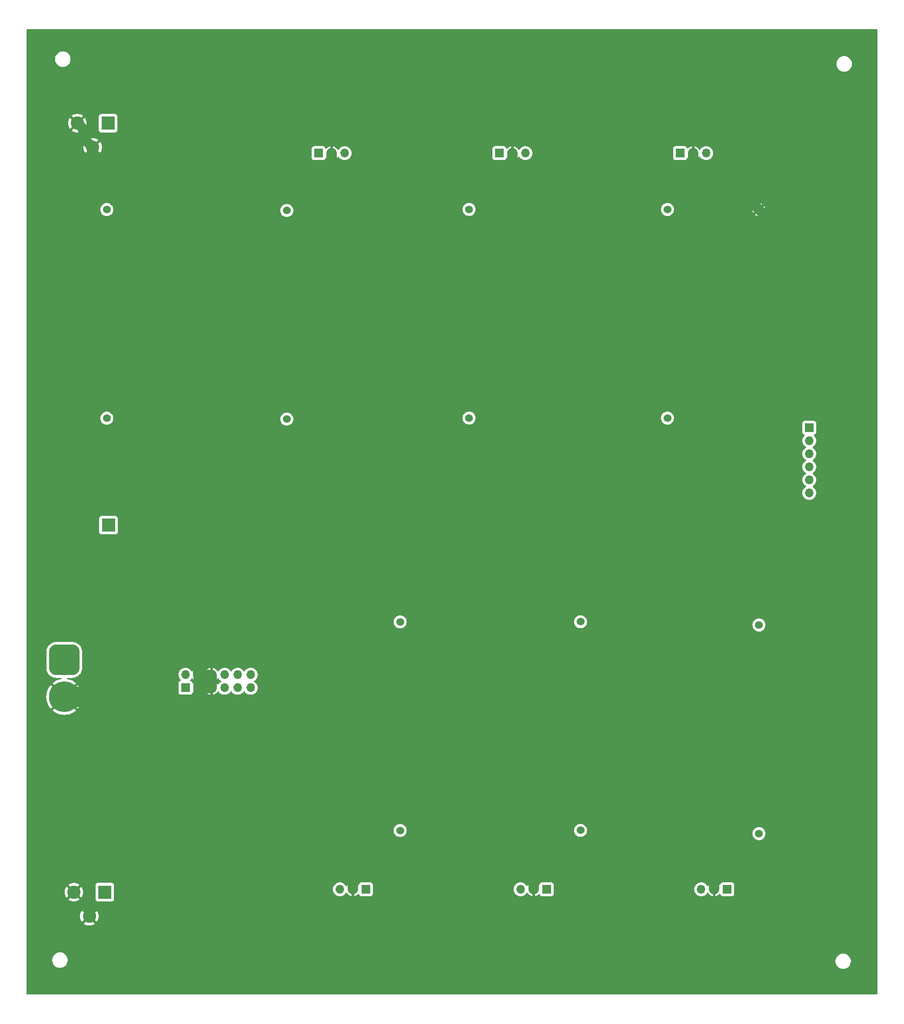
<source format=gbr>
%TF.GenerationSoftware,KiCad,Pcbnew,7.0.10*%
%TF.CreationDate,2024-03-06T14:44:34-05:00*%
%TF.ProjectId,Power_Supply,506f7765-725f-4537-9570-706c792e6b69,rev?*%
%TF.SameCoordinates,Original*%
%TF.FileFunction,Copper,L2,Bot*%
%TF.FilePolarity,Positive*%
%FSLAX46Y46*%
G04 Gerber Fmt 4.6, Leading zero omitted, Abs format (unit mm)*
G04 Created by KiCad (PCBNEW 7.0.10) date 2024-03-06 14:44:34*
%MOMM*%
%LPD*%
G01*
G04 APERTURE LIST*
G04 Aperture macros list*
%AMRoundRect*
0 Rectangle with rounded corners*
0 $1 Rounding radius*
0 $2 $3 $4 $5 $6 $7 $8 $9 X,Y pos of 4 corners*
0 Add a 4 corners polygon primitive as box body*
4,1,4,$2,$3,$4,$5,$6,$7,$8,$9,$2,$3,0*
0 Add four circle primitives for the rounded corners*
1,1,$1+$1,$2,$3*
1,1,$1+$1,$4,$5*
1,1,$1+$1,$6,$7*
1,1,$1+$1,$8,$9*
0 Add four rect primitives between the rounded corners*
20,1,$1+$1,$2,$3,$4,$5,0*
20,1,$1+$1,$4,$5,$6,$7,0*
20,1,$1+$1,$6,$7,$8,$9,0*
20,1,$1+$1,$8,$9,$2,$3,0*%
G04 Aperture macros list end*
%TA.AperFunction,ComponentPad*%
%ADD10RoundRect,1.500000X-1.500000X1.500000X-1.500000X-1.500000X1.500000X-1.500000X1.500000X1.500000X0*%
%TD*%
%TA.AperFunction,ComponentPad*%
%ADD11C,6.000000*%
%TD*%
%TA.AperFunction,ComponentPad*%
%ADD12C,2.600000*%
%TD*%
%TA.AperFunction,ComponentPad*%
%ADD13R,2.600000X2.600000*%
%TD*%
%TA.AperFunction,ComponentPad*%
%ADD14R,1.700000X1.700000*%
%TD*%
%TA.AperFunction,ComponentPad*%
%ADD15O,1.700000X1.700000*%
%TD*%
%TA.AperFunction,ComponentPad*%
%ADD16C,1.524000*%
%TD*%
%TA.AperFunction,ViaPad*%
%ADD17C,0.800000*%
%TD*%
%TA.AperFunction,Conductor*%
%ADD18C,4.000000*%
%TD*%
%TA.AperFunction,Conductor*%
%ADD19C,2.000000*%
%TD*%
%TA.AperFunction,Conductor*%
%ADD20C,0.250000*%
%TD*%
%TA.AperFunction,Conductor*%
%ADD21C,3.600000*%
%TD*%
G04 APERTURE END LIST*
D10*
%TO.P,XT60,1,Power*%
%TO.N,12V*%
X105800000Y-172510000D03*
D11*
%TO.P,XT60,2,GND*%
%TO.N,GND*%
X105800000Y-179710000D03*
%TD*%
D12*
%TO.P,Main_Power1,3*%
%TO.N,GND*%
X111410000Y-150960000D03*
%TO.P,Main_Power1,2*%
X108410000Y-146260000D03*
D13*
%TO.P,Main_Power1,1*%
%TO.N,12V*%
X114410000Y-146260000D03*
%TD*%
%TO.P,Jetson1,1*%
%TO.N,Net-(Jetson1-Pad1)*%
X113680000Y-217750000D03*
D12*
%TO.P,Jetson1,2*%
%TO.N,GND*%
X107680000Y-217750000D03*
%TO.P,Jetson1,3*%
X110680000Y-222450000D03*
%TD*%
D13*
%TO.P,MCU1,1*%
%TO.N,Net-(3.3V1-Vout+)*%
X114340003Y-67953332D03*
D12*
%TO.P,MCU1,2*%
%TO.N,GND*%
X108340003Y-67953332D03*
%TO.P,MCU1,3*%
X111340003Y-72653332D03*
%TD*%
D14*
%TO.P,Servo_Shift1,1,VDD*%
%TO.N,Net-(6.8V1-Vout+)*%
X155355003Y-73803332D03*
D15*
%TO.P,Servo_Shift1,2,GND*%
%TO.N,GND*%
X157895003Y-73803332D03*
%TO.P,Servo_Shift1,3,PWM*%
%TO.N,MOTOR_SHIFT1*%
X160435003Y-73803332D03*
%TD*%
D16*
%TO.P,6.8V3,1,Vin+*%
%TO.N,12V*%
X223300000Y-125410000D03*
%TO.P,6.8V3,2,Vin-*%
%TO.N,GND*%
X241080000Y-125410000D03*
%TO.P,6.8V3,3,Vout+*%
%TO.N,Net-(6.8V3-Vout+)*%
X223300000Y-84770000D03*
%TO.P,6.8V3,4,Vout-*%
%TO.N,GND*%
X241080000Y-84770000D03*
%TD*%
%TO.P,6.8V1,1,Vin+*%
%TO.N,12V*%
X149150000Y-125610000D03*
%TO.P,6.8V1,2,Vin-*%
%TO.N,GND*%
X166930000Y-125610000D03*
%TO.P,6.8V1,3,Vout+*%
%TO.N,Net-(6.8V1-Vout+)*%
X149150000Y-84970000D03*
%TO.P,6.8V1,4,Vout-*%
%TO.N,GND*%
X166930000Y-84970000D03*
%TD*%
%TO.P,6.8V2,1,Vin+*%
%TO.N,12V*%
X184670000Y-125390000D03*
%TO.P,6.8V2,2,Vin-*%
%TO.N,GND*%
X202450000Y-125390000D03*
%TO.P,6.8V2,3,Vout+*%
%TO.N,Net-(6.8V2-Vout+)*%
X184670000Y-84750000D03*
%TO.P,6.8V2,4,Vout-*%
%TO.N,GND*%
X202450000Y-84750000D03*
%TD*%
%TO.P,3.3V1,1,Vin+*%
%TO.N,12V*%
X114080000Y-125430000D03*
%TO.P,3.3V1,2,Vin-*%
%TO.N,GND*%
X131860000Y-125430000D03*
%TO.P,3.3V1,3,Vout+*%
%TO.N,Net-(3.3V1-Vout+)*%
X114080000Y-84790000D03*
%TO.P,3.3V1,4,Vout-*%
%TO.N,GND*%
X131860000Y-84790000D03*
%TD*%
D14*
%TO.P,Servo_Shift3,1,VDD*%
%TO.N,Net-(6.8V3-Vout+)*%
X225753003Y-73803332D03*
D15*
%TO.P,Servo_Shift3,2,GND*%
%TO.N,GND*%
X228293003Y-73803332D03*
%TO.P,Servo_Shift3,3,PWM*%
%TO.N,MOTOR_SHIFT3*%
X230833003Y-73803332D03*
%TD*%
D14*
%TO.P,Servo_Swing1,1,VDD*%
%TO.N,Net-(6.8V4-Vout+)*%
X234968000Y-217200000D03*
D15*
%TO.P,Servo_Swing1,2,GND*%
%TO.N,GND*%
X232428000Y-217200000D03*
%TO.P,Servo_Swing1,3,PWM*%
%TO.N,MOTOR_SWING*%
X229888000Y-217200000D03*
%TD*%
D16*
%TO.P,6.8V5,1,Vin+*%
%TO.N,12V*%
X206360000Y-165080000D03*
%TO.P,6.8V5,2,Vin-*%
%TO.N,GND*%
X188580000Y-165080000D03*
%TO.P,6.8V5,3,Vout+*%
%TO.N,Net-(6.8V5-Vout+)*%
X206360000Y-205720000D03*
%TO.P,6.8V5,4,Vout-*%
%TO.N,GND*%
X188580000Y-205720000D03*
%TD*%
%TO.P,6.8V4,1,Vin+*%
%TO.N,12V*%
X241140000Y-165700000D03*
%TO.P,6.8V4,2,Vin-*%
%TO.N,GND*%
X223360000Y-165700000D03*
%TO.P,6.8V4,3,Vout+*%
%TO.N,Net-(6.8V4-Vout+)*%
X241140000Y-206340000D03*
%TO.P,6.8V4,4,Vout-*%
%TO.N,GND*%
X223360000Y-206340000D03*
%TD*%
%TO.P,6.8V6,1,Vin+*%
%TO.N,12V*%
X171220000Y-165090000D03*
%TO.P,6.8V6,2,Vin-*%
%TO.N,GND*%
X153440000Y-165090000D03*
%TO.P,6.8V6,3,Vout+*%
%TO.N,Net-(6.8V6-Vout+)*%
X171220000Y-205730000D03*
%TO.P,6.8V6,4,Vout-*%
%TO.N,GND*%
X153440000Y-205730000D03*
%TD*%
D14*
%TO.P,Servo_Swing3,1,VDD*%
%TO.N,Net-(6.8V6-Vout+)*%
X164570000Y-217200000D03*
D15*
%TO.P,Servo_Swing3,2,GND*%
%TO.N,GND*%
X162030000Y-217200000D03*
%TO.P,Servo_Swing3,3,PWM*%
%TO.N,MOTOR_SWING*%
X159490000Y-217200000D03*
%TD*%
D14*
%TO.P,Control_Port1,1,VDD*%
%TO.N,unconnected-(Control_Port1-VDD-Pad1)*%
X250936668Y-127280000D03*
D15*
%TO.P,Control_Port1,2,GND*%
%TO.N,unconnected-(Control_Port1-GND-Pad2)*%
X250936668Y-129820000D03*
%TO.P,Control_Port1,3,PWM1*%
%TO.N,MOTOR_SHIFT1*%
X250936668Y-132360000D03*
%TO.P,Control_Port1,4,PWM2*%
%TO.N,MOTOR_SHIFT2*%
X250936668Y-134900000D03*
%TO.P,Control_Port1,5,PWM3*%
%TO.N,MOTOR_SHIFT3*%
X250936668Y-137440000D03*
%TO.P,Control_Port1,6,PWM4*%
%TO.N,MOTOR_SWING*%
X250936668Y-139980000D03*
%TD*%
D14*
%TO.P,Servo_Swing2,1,VDD*%
%TO.N,Net-(6.8V5-Vout+)*%
X199769000Y-217200000D03*
D15*
%TO.P,Servo_Swing2,2,GND*%
%TO.N,GND*%
X197229000Y-217200000D03*
%TO.P,Servo_Swing2,3,PWM*%
%TO.N,MOTOR_SWING*%
X194689000Y-217200000D03*
%TD*%
D14*
%TO.P,Servo_Shift2,1,VDD*%
%TO.N,Net-(6.8V2-Vout+)*%
X190554003Y-73803332D03*
D15*
%TO.P,Servo_Shift2,2,GND*%
%TO.N,GND*%
X193094003Y-73803332D03*
%TO.P,Servo_Shift2,3,PWM*%
%TO.N,MOTOR_SHIFT2*%
X195634003Y-73803332D03*
%TD*%
D14*
%TO.P,U1,1,Vout*%
%TO.N,Net-(Jetson1-Pad1)*%
X129410000Y-177950000D03*
D15*
%TO.P,U1,2,GND*%
%TO.N,GND*%
X131950000Y-177950000D03*
%TO.P,U1,3,GND*%
X134490000Y-177950000D03*
%TO.P,U1,4,Vin*%
%TO.N,12V*%
X137030000Y-177950000D03*
%TO.P,U1,5,VRP*%
%TO.N,unconnected-(U1-VRP-Pad5)*%
X139570000Y-177950000D03*
%TO.P,U1,6,EN*%
%TO.N,unconnected-(U1-EN-Pad6)*%
X142110000Y-177950000D03*
%TO.P,U1,7,Vout*%
%TO.N,unconnected-(U1-Vout-Pad7)*%
X129410000Y-175410000D03*
%TO.P,U1,8,GND*%
%TO.N,GND*%
X131950000Y-175410000D03*
%TO.P,U1,9,GND*%
X134490000Y-175410000D03*
%TO.P,U1,10,Vin*%
%TO.N,12V*%
X137030000Y-175410000D03*
%TO.P,U1,11,VRP*%
%TO.N,unconnected-(U1-VRP-Pad11)*%
X139570000Y-175410000D03*
%TO.P,U1,12,PG*%
%TO.N,unconnected-(U1-PG-Pad12)*%
X142110000Y-175410000D03*
%TD*%
D17*
%TO.N,GND*%
X142200000Y-126410000D03*
X147510000Y-137380000D03*
%TD*%
D18*
%TO.N,GND*%
X110042640Y-179710000D02*
X105800000Y-179710000D01*
X117880000Y-171872640D02*
X110042640Y-179710000D01*
X117760000Y-170660000D02*
X117880000Y-170780000D01*
X117760000Y-164720000D02*
X117760000Y-170660000D01*
X117880000Y-170780000D02*
X117880000Y-171872640D01*
X111250003Y-158210003D02*
X111250003Y-150953332D01*
X125840000Y-164720000D02*
X117760000Y-164720000D01*
X131370000Y-170250000D02*
X125840000Y-164720000D01*
X117760000Y-164720000D02*
X111250003Y-158210003D01*
D19*
X131860000Y-170740000D02*
X131860000Y-175455000D01*
X131370000Y-170250000D02*
X131860000Y-170740000D01*
X131950000Y-185620000D02*
X110680000Y-206890000D01*
X110680000Y-206890000D02*
X110680000Y-222450000D01*
X131950000Y-177950000D02*
X131950000Y-185620000D01*
D18*
X147440000Y-165510000D02*
X153660000Y-165510000D01*
D19*
X188960000Y-205800000D02*
X197229000Y-214069000D01*
D18*
X131860000Y-129513335D02*
X131860000Y-84790000D01*
X223826668Y-165510000D02*
X217710000Y-165510000D01*
X188743335Y-165510000D02*
X188743335Y-205556665D01*
X240420000Y-125550000D02*
X242950000Y-123020000D01*
D20*
X147510000Y-134750000D02*
X142200000Y-129440000D01*
D21*
X240400000Y-125370000D02*
X240400000Y-125570000D01*
D18*
X109630003Y-134293332D02*
X127080003Y-134293332D01*
X168270000Y-157350000D02*
X160110000Y-165510000D01*
D19*
X131980000Y-177990000D02*
X134520000Y-177990000D01*
D18*
X206830000Y-89130000D02*
X202450000Y-84750000D01*
X242950000Y-123020000D02*
X242950000Y-86640000D01*
X166930000Y-125610000D02*
X161330000Y-120010000D01*
X108250003Y-146253332D02*
X108250003Y-135673332D01*
X206660000Y-154460000D02*
X194060000Y-154460000D01*
X217710000Y-165510000D02*
X206660000Y-154460000D01*
D19*
X153670000Y-206080000D02*
X156190000Y-208600000D01*
D18*
X240450000Y-141926668D02*
X223826668Y-158550000D01*
X206830000Y-124700000D02*
X206830000Y-89130000D01*
D19*
X131980000Y-175450000D02*
X131980000Y-177990000D01*
X194970000Y-78340000D02*
X193094003Y-76464003D01*
D18*
X223826668Y-165510000D02*
X223826668Y-205873332D01*
D19*
X166930000Y-84970000D02*
X166930000Y-79980000D01*
X166930000Y-79980000D02*
X165320000Y-78370000D01*
X242950000Y-86640000D02*
X241080000Y-84770000D01*
X156190000Y-208600000D02*
X159490000Y-208600000D01*
X202450000Y-79970000D02*
X200820000Y-78340000D01*
D18*
X223826668Y-158550000D02*
X223826668Y-165510000D01*
D20*
X142200000Y-129440000D02*
X142200000Y-126410000D01*
D18*
X185230000Y-165510000D02*
X177070000Y-157350000D01*
D19*
X131980000Y-175450000D02*
X134520000Y-175450000D01*
X228293003Y-76593003D02*
X229420000Y-77720000D01*
X188580000Y-205800000D02*
X188960000Y-205800000D01*
X131980000Y-175450000D02*
X131940000Y-175410000D01*
X202450000Y-84750000D02*
X202450000Y-79970000D01*
D21*
X172080000Y-120460000D02*
X197520000Y-120460000D01*
D18*
X160110000Y-165510000D02*
X153660000Y-165510000D01*
D21*
X213646668Y-125493332D02*
X217940000Y-121200000D01*
D19*
X223360000Y-206390000D02*
X232428000Y-215458000D01*
D21*
X217940000Y-121200000D02*
X236230000Y-121200000D01*
X202553332Y-125493332D02*
X213646668Y-125493332D01*
D19*
X159470000Y-78370000D02*
X157895003Y-76795003D01*
X240400000Y-84090000D02*
X241080000Y-84770000D01*
D18*
X153660000Y-165510000D02*
X153660000Y-206070000D01*
D19*
X200820000Y-78340000D02*
X194970000Y-78340000D01*
D21*
X111250003Y-150953332D02*
X108250003Y-147953332D01*
D18*
X161330000Y-120010000D02*
X161330000Y-95430000D01*
D19*
X240400000Y-79660000D02*
X240400000Y-84090000D01*
D18*
X108250003Y-135673332D02*
X109630003Y-134293332D01*
D21*
X197520000Y-120460000D02*
X202450000Y-125390000D01*
D19*
X112950000Y-78550000D02*
X111340003Y-76940003D01*
D21*
X236230000Y-121200000D02*
X240400000Y-125370000D01*
D18*
X127080003Y-134293332D02*
X131860000Y-129513335D01*
X161330000Y-95430000D02*
X166930000Y-89830000D01*
D19*
X232428000Y-215458000D02*
X232428000Y-217200000D01*
D18*
X240450000Y-125620000D02*
X240450000Y-141926668D01*
D19*
X157895003Y-76795003D02*
X157895003Y-73803332D01*
D21*
X153660000Y-206070000D02*
X153670000Y-206080000D01*
D19*
X238460000Y-77720000D02*
X240400000Y-79660000D01*
D18*
X132883332Y-150953332D02*
X147440000Y-165510000D01*
D21*
X202450000Y-125390000D02*
X202553332Y-125493332D01*
D19*
X131860000Y-84790000D02*
X131860000Y-80050000D01*
D21*
X240400000Y-125570000D02*
X240420000Y-125550000D01*
D19*
X111340003Y-76940003D02*
X111340003Y-72653332D01*
D18*
X194060000Y-154460000D02*
X188743335Y-159776665D01*
D19*
X111290003Y-72653332D02*
X109510003Y-70873332D01*
X165320000Y-78370000D02*
X159470000Y-78370000D01*
X193094003Y-76464003D02*
X193094003Y-73803332D01*
X228293003Y-73803332D02*
X228293003Y-76593003D01*
X109510003Y-70873332D02*
X109510003Y-69123332D01*
X229420000Y-77720000D02*
X238460000Y-77720000D01*
X223360000Y-206340000D02*
X223360000Y-206390000D01*
D18*
X188743335Y-159776665D02*
X188743335Y-165510000D01*
D19*
X162030000Y-211140000D02*
X162030000Y-217200000D01*
D18*
X111250003Y-150953332D02*
X132883332Y-150953332D01*
D19*
X131860000Y-80050000D02*
X130360000Y-78550000D01*
D21*
X188743335Y-205556665D02*
X188580000Y-205720000D01*
D19*
X111340003Y-72653332D02*
X111290003Y-72653332D01*
D18*
X188743335Y-165510000D02*
X185230000Y-165510000D01*
X177070000Y-157350000D02*
X168270000Y-157350000D01*
X166930000Y-89830000D02*
X166930000Y-84970000D01*
D20*
X147510000Y-137380000D02*
X147510000Y-134750000D01*
D21*
X108250003Y-147953332D02*
X108250003Y-146253332D01*
D19*
X130360000Y-78550000D02*
X112950000Y-78550000D01*
X159490000Y-208600000D02*
X162030000Y-211140000D01*
D21*
X153660000Y-165510000D02*
X153660000Y-138880000D01*
D19*
X109510003Y-69123332D02*
X108340003Y-67953332D01*
D21*
X153660000Y-138880000D02*
X172080000Y-120460000D01*
D19*
X197229000Y-214069000D02*
X197229000Y-217200000D01*
X134520000Y-175450000D02*
X134520000Y-177990000D01*
%TD*%
%TA.AperFunction,Conductor*%
%TO.N,GND*%
G36*
X134030507Y-177740156D02*
G01*
X133990000Y-177878111D01*
X133990000Y-178021889D01*
X134030507Y-178159844D01*
X134056314Y-178200000D01*
X132383686Y-178200000D01*
X132409493Y-178159844D01*
X132450000Y-178021889D01*
X132450000Y-177878111D01*
X132409493Y-177740156D01*
X132383686Y-177700000D01*
X134056314Y-177700000D01*
X134030507Y-177740156D01*
G37*
%TD.AperFunction*%
%TA.AperFunction,Conductor*%
G36*
X132200000Y-177514498D02*
G01*
X132092315Y-177465320D01*
X131985763Y-177450000D01*
X131914237Y-177450000D01*
X131807685Y-177465320D01*
X131700000Y-177514498D01*
X131700000Y-175845501D01*
X131807685Y-175894680D01*
X131914237Y-175910000D01*
X131985763Y-175910000D01*
X132092315Y-175894680D01*
X132200000Y-175845501D01*
X132200000Y-177514498D01*
G37*
%TD.AperFunction*%
%TA.AperFunction,Conductor*%
G36*
X134740000Y-177514498D02*
G01*
X134632315Y-177465320D01*
X134525763Y-177450000D01*
X134454237Y-177450000D01*
X134347685Y-177465320D01*
X134240000Y-177514498D01*
X134240000Y-175845501D01*
X134347685Y-175894680D01*
X134454237Y-175910000D01*
X134525763Y-175910000D01*
X134632315Y-175894680D01*
X134740000Y-175845501D01*
X134740000Y-177514498D01*
G37*
%TD.AperFunction*%
%TA.AperFunction,Conductor*%
G36*
X133304855Y-176075673D02*
G01*
X133321575Y-176094968D01*
X133451894Y-176281082D01*
X133618917Y-176448105D01*
X133805031Y-176578425D01*
X133848656Y-176633003D01*
X133855848Y-176702501D01*
X133824326Y-176764856D01*
X133805031Y-176781575D01*
X133618922Y-176911890D01*
X133618920Y-176911891D01*
X133451891Y-177078920D01*
X133451890Y-177078922D01*
X133321575Y-177265031D01*
X133266998Y-177308655D01*
X133197499Y-177315848D01*
X133135145Y-177284326D01*
X133118425Y-177265031D01*
X132988109Y-177078922D01*
X132988108Y-177078920D01*
X132821082Y-176911894D01*
X132634968Y-176781575D01*
X132591344Y-176726998D01*
X132584151Y-176657499D01*
X132615673Y-176595145D01*
X132634968Y-176578425D01*
X132821082Y-176448105D01*
X132988105Y-176281082D01*
X133118425Y-176094968D01*
X133173002Y-176051344D01*
X133242501Y-176044151D01*
X133304855Y-176075673D01*
G37*
%TD.AperFunction*%
%TA.AperFunction,Conductor*%
G36*
X135844549Y-176076110D02*
G01*
X135861269Y-176095405D01*
X135991505Y-176281401D01*
X135991506Y-176281402D01*
X136158597Y-176448493D01*
X136158603Y-176448498D01*
X136344158Y-176578425D01*
X136387783Y-176633002D01*
X136394977Y-176702500D01*
X136363454Y-176764855D01*
X136344158Y-176781575D01*
X136158597Y-176911505D01*
X135991508Y-177078594D01*
X135861269Y-177264595D01*
X135806692Y-177308219D01*
X135737193Y-177315412D01*
X135674839Y-177283890D01*
X135658119Y-177264594D01*
X135528113Y-177078926D01*
X135528108Y-177078920D01*
X135361082Y-176911894D01*
X135174968Y-176781575D01*
X135131344Y-176726998D01*
X135124151Y-176657499D01*
X135155673Y-176595145D01*
X135174968Y-176578425D01*
X135361082Y-176448105D01*
X135528105Y-176281082D01*
X135658119Y-176095405D01*
X135712696Y-176051781D01*
X135782195Y-176044588D01*
X135844549Y-176076110D01*
G37*
%TD.AperFunction*%
%TA.AperFunction,Conductor*%
G36*
X130765160Y-176076110D02*
G01*
X130781879Y-176095405D01*
X130911890Y-176281078D01*
X131078917Y-176448105D01*
X131265031Y-176578425D01*
X131308656Y-176633003D01*
X131315848Y-176702501D01*
X131284326Y-176764856D01*
X131265031Y-176781575D01*
X131078924Y-176911888D01*
X130956865Y-177033947D01*
X130895542Y-177067431D01*
X130825850Y-177062447D01*
X130769917Y-177020575D01*
X130753002Y-176989598D01*
X130703797Y-176857671D01*
X130703793Y-176857664D01*
X130617547Y-176742455D01*
X130617544Y-176742452D01*
X130502335Y-176656206D01*
X130502328Y-176656202D01*
X130370917Y-176607189D01*
X130314983Y-176565318D01*
X130290566Y-176499853D01*
X130305418Y-176431580D01*
X130326563Y-176403332D01*
X130448495Y-176281401D01*
X130578730Y-176095405D01*
X130633307Y-176051781D01*
X130702805Y-176044587D01*
X130765160Y-176076110D01*
G37*
%TD.AperFunction*%
%TA.AperFunction,Conductor*%
G36*
X134030507Y-175200156D02*
G01*
X133990000Y-175338111D01*
X133990000Y-175481889D01*
X134030507Y-175619844D01*
X134056314Y-175660000D01*
X132383686Y-175660000D01*
X132409493Y-175619844D01*
X132450000Y-175481889D01*
X132450000Y-175338111D01*
X132409493Y-175200156D01*
X132383686Y-175160000D01*
X134056314Y-175160000D01*
X134030507Y-175200156D01*
G37*
%TD.AperFunction*%
%TA.AperFunction,Conductor*%
G36*
X264124207Y-49680185D02*
G01*
X264169962Y-49732989D01*
X264181168Y-49784500D01*
X264181168Y-237565500D01*
X264161483Y-237632539D01*
X264108679Y-237678294D01*
X264057168Y-237689500D01*
X98596168Y-237689500D01*
X98529129Y-237669815D01*
X98483374Y-237617011D01*
X98472168Y-237565500D01*
X98472168Y-231114334D01*
X103446168Y-231114334D01*
X103487097Y-231359616D01*
X103567837Y-231594802D01*
X103567840Y-231594811D01*
X103686192Y-231813506D01*
X103686194Y-231813509D01*
X103838930Y-232009744D01*
X103875609Y-232043509D01*
X104021885Y-232178166D01*
X104230061Y-232314173D01*
X104457786Y-232414063D01*
X104698843Y-232475107D01*
X104698847Y-232475108D01*
X104698849Y-232475108D01*
X104698854Y-232475109D01*
X104852257Y-232487819D01*
X104884601Y-232490500D01*
X104884605Y-232490500D01*
X105008731Y-232490500D01*
X105008735Y-232490500D01*
X105071345Y-232485311D01*
X105194481Y-232475109D01*
X105194484Y-232475108D01*
X105194489Y-232475108D01*
X105435549Y-232414063D01*
X105663275Y-232314173D01*
X105871453Y-232178164D01*
X106054406Y-232009744D01*
X106207142Y-231813509D01*
X106325496Y-231594810D01*
X106406239Y-231359614D01*
X106408789Y-231344334D01*
X256046168Y-231344334D01*
X256087097Y-231589616D01*
X256167837Y-231824802D01*
X256167840Y-231824811D01*
X256267920Y-232009742D01*
X256286194Y-232043509D01*
X256438930Y-232239744D01*
X256598412Y-232386557D01*
X256621885Y-232408166D01*
X256830061Y-232544173D01*
X257057786Y-232644063D01*
X257298843Y-232705107D01*
X257298847Y-232705108D01*
X257298849Y-232705108D01*
X257298854Y-232705109D01*
X257452257Y-232717819D01*
X257484601Y-232720500D01*
X257484605Y-232720500D01*
X257608731Y-232720500D01*
X257608735Y-232720500D01*
X257671345Y-232715311D01*
X257794481Y-232705109D01*
X257794484Y-232705108D01*
X257794489Y-232705108D01*
X258035549Y-232644063D01*
X258263275Y-232544173D01*
X258471453Y-232408164D01*
X258654406Y-232239744D01*
X258807142Y-232043509D01*
X258925496Y-231824810D01*
X259006239Y-231589614D01*
X259047168Y-231344335D01*
X259047168Y-231095665D01*
X259006239Y-230850386D01*
X258925496Y-230615190D01*
X258807142Y-230396491D01*
X258654406Y-230200256D01*
X258471453Y-230031836D01*
X258471450Y-230031833D01*
X258263274Y-229895826D01*
X258035549Y-229795936D01*
X257794492Y-229734892D01*
X257794481Y-229734890D01*
X257608745Y-229719500D01*
X257608735Y-229719500D01*
X257484601Y-229719500D01*
X257484590Y-229719500D01*
X257298854Y-229734890D01*
X257298843Y-229734892D01*
X257057786Y-229795936D01*
X256830061Y-229895826D01*
X256621885Y-230031833D01*
X256438929Y-230200257D01*
X256286192Y-230396493D01*
X256167840Y-230615188D01*
X256167837Y-230615197D01*
X256087097Y-230850383D01*
X256046168Y-231095665D01*
X256046168Y-231344334D01*
X106408789Y-231344334D01*
X106447168Y-231114335D01*
X106447168Y-230865665D01*
X106406239Y-230620386D01*
X106325496Y-230385190D01*
X106207142Y-230166491D01*
X106054406Y-229970256D01*
X105871453Y-229801836D01*
X105871450Y-229801833D01*
X105663274Y-229665826D01*
X105435549Y-229565936D01*
X105194492Y-229504892D01*
X105194481Y-229504890D01*
X105008745Y-229489500D01*
X105008735Y-229489500D01*
X104884601Y-229489500D01*
X104884590Y-229489500D01*
X104698854Y-229504890D01*
X104698843Y-229504892D01*
X104457786Y-229565936D01*
X104230061Y-229665826D01*
X104021885Y-229801833D01*
X103838929Y-229970257D01*
X103686192Y-230166493D01*
X103567840Y-230385188D01*
X103567837Y-230385197D01*
X103487097Y-230620383D01*
X103446168Y-230865665D01*
X103446168Y-231114334D01*
X98472168Y-231114334D01*
X98472168Y-222450004D01*
X108874953Y-222450004D01*
X108895113Y-222719026D01*
X108895113Y-222719028D01*
X108955142Y-222982033D01*
X108955148Y-222982052D01*
X109053709Y-223233181D01*
X109053708Y-223233181D01*
X109188602Y-223466822D01*
X109242294Y-223534151D01*
X109242295Y-223534151D01*
X109963338Y-222813108D01*
X110050577Y-222951948D01*
X110178052Y-223079423D01*
X110316890Y-223166661D01*
X109594848Y-223888702D01*
X109777483Y-224013220D01*
X109777485Y-224013221D01*
X110020539Y-224130269D01*
X110020537Y-224130269D01*
X110278337Y-224209790D01*
X110278343Y-224209792D01*
X110545101Y-224249999D01*
X110545110Y-224250000D01*
X110814890Y-224250000D01*
X110814898Y-224249999D01*
X111081656Y-224209792D01*
X111081662Y-224209790D01*
X111339461Y-224130269D01*
X111582521Y-224013218D01*
X111765150Y-223888702D01*
X111043108Y-223166661D01*
X111181948Y-223079423D01*
X111309423Y-222951948D01*
X111396661Y-222813108D01*
X112117703Y-223534151D01*
X112117704Y-223534150D01*
X112171393Y-223466828D01*
X112171400Y-223466817D01*
X112306290Y-223233181D01*
X112404851Y-222982052D01*
X112404857Y-222982033D01*
X112464886Y-222719028D01*
X112464886Y-222719026D01*
X112485047Y-222450004D01*
X112485047Y-222449995D01*
X112464886Y-222180973D01*
X112464886Y-222180971D01*
X112404857Y-221917966D01*
X112404851Y-221917947D01*
X112306290Y-221666818D01*
X112306291Y-221666818D01*
X112171397Y-221433177D01*
X112117704Y-221365847D01*
X111396660Y-222086890D01*
X111309423Y-221948052D01*
X111181948Y-221820577D01*
X111043108Y-221733338D01*
X111765150Y-221011296D01*
X111582517Y-220886779D01*
X111582516Y-220886778D01*
X111339460Y-220769730D01*
X111339462Y-220769730D01*
X111081662Y-220690209D01*
X111081656Y-220690207D01*
X110814898Y-220650000D01*
X110545101Y-220650000D01*
X110278343Y-220690207D01*
X110278337Y-220690209D01*
X110020538Y-220769730D01*
X109777485Y-220886778D01*
X109777476Y-220886783D01*
X109594848Y-221011296D01*
X110316891Y-221733338D01*
X110178052Y-221820577D01*
X110050577Y-221948052D01*
X109963338Y-222086891D01*
X109242295Y-221365848D01*
X109188600Y-221433180D01*
X109053709Y-221666818D01*
X108955148Y-221917947D01*
X108955142Y-221917966D01*
X108895113Y-222180971D01*
X108895113Y-222180973D01*
X108874953Y-222449995D01*
X108874953Y-222450004D01*
X98472168Y-222450004D01*
X98472168Y-217750004D01*
X105874953Y-217750004D01*
X105895113Y-218019026D01*
X105895113Y-218019028D01*
X105955142Y-218282033D01*
X105955148Y-218282052D01*
X106053709Y-218533181D01*
X106053708Y-218533181D01*
X106188602Y-218766822D01*
X106242294Y-218834151D01*
X106242295Y-218834151D01*
X106963338Y-218113108D01*
X107050577Y-218251948D01*
X107178052Y-218379423D01*
X107316890Y-218466661D01*
X106594848Y-219188702D01*
X106777483Y-219313220D01*
X106777485Y-219313221D01*
X107020539Y-219430269D01*
X107020537Y-219430269D01*
X107278337Y-219509790D01*
X107278343Y-219509792D01*
X107545101Y-219549999D01*
X107545110Y-219550000D01*
X107814890Y-219550000D01*
X107814898Y-219549999D01*
X108081656Y-219509792D01*
X108081662Y-219509790D01*
X108339461Y-219430269D01*
X108582521Y-219313218D01*
X108765150Y-219188702D01*
X108674318Y-219097870D01*
X111879500Y-219097870D01*
X111879501Y-219097876D01*
X111885908Y-219157483D01*
X111936202Y-219292328D01*
X111936206Y-219292335D01*
X112022452Y-219407544D01*
X112022455Y-219407547D01*
X112137664Y-219493793D01*
X112137671Y-219493797D01*
X112272517Y-219544091D01*
X112272516Y-219544091D01*
X112279444Y-219544835D01*
X112332127Y-219550500D01*
X115027872Y-219550499D01*
X115087483Y-219544091D01*
X115222331Y-219493796D01*
X115337546Y-219407546D01*
X115423796Y-219292331D01*
X115474091Y-219157483D01*
X115480500Y-219097873D01*
X115480499Y-217200000D01*
X158134341Y-217200000D01*
X158154936Y-217435403D01*
X158154938Y-217435413D01*
X158216094Y-217663655D01*
X158216096Y-217663659D01*
X158216097Y-217663663D01*
X158299155Y-217841781D01*
X158315965Y-217877830D01*
X158315967Y-217877834D01*
X158414832Y-218019026D01*
X158451505Y-218071401D01*
X158618599Y-218238495D01*
X158715384Y-218306265D01*
X158812165Y-218374032D01*
X158812167Y-218374033D01*
X158812170Y-218374035D01*
X159026337Y-218473903D01*
X159254592Y-218535063D01*
X159431034Y-218550500D01*
X159489999Y-218555659D01*
X159490000Y-218555659D01*
X159490001Y-218555659D01*
X159548966Y-218550500D01*
X159725408Y-218535063D01*
X159953663Y-218473903D01*
X160167830Y-218374035D01*
X160361401Y-218238495D01*
X160528495Y-218071401D01*
X160658730Y-217885405D01*
X160713307Y-217841781D01*
X160782805Y-217834587D01*
X160845160Y-217866110D01*
X160861879Y-217885405D01*
X160991890Y-218071078D01*
X161158917Y-218238105D01*
X161352421Y-218373600D01*
X161566507Y-218473429D01*
X161566516Y-218473433D01*
X161780000Y-218530634D01*
X161780000Y-217635501D01*
X161887685Y-217684680D01*
X161994237Y-217700000D01*
X162065763Y-217700000D01*
X162172315Y-217684680D01*
X162280000Y-217635501D01*
X162280000Y-218530634D01*
X162493483Y-218473433D01*
X162493492Y-218473429D01*
X162707578Y-218373600D01*
X162901078Y-218238108D01*
X163023133Y-218116053D01*
X163084456Y-218082568D01*
X163154148Y-218087552D01*
X163210082Y-218129423D01*
X163226997Y-218160401D01*
X163276202Y-218292328D01*
X163276206Y-218292335D01*
X163362452Y-218407544D01*
X163362455Y-218407547D01*
X163477664Y-218493793D01*
X163477671Y-218493797D01*
X163612517Y-218544091D01*
X163612516Y-218544091D01*
X163619444Y-218544835D01*
X163672127Y-218550500D01*
X165467872Y-218550499D01*
X165527483Y-218544091D01*
X165662331Y-218493796D01*
X165777546Y-218407546D01*
X165863796Y-218292331D01*
X165914091Y-218157483D01*
X165920500Y-218097873D01*
X165920499Y-217200000D01*
X193333341Y-217200000D01*
X193353936Y-217435403D01*
X193353938Y-217435413D01*
X193415094Y-217663655D01*
X193415096Y-217663659D01*
X193415097Y-217663663D01*
X193498155Y-217841781D01*
X193514965Y-217877830D01*
X193514967Y-217877834D01*
X193613832Y-218019026D01*
X193650505Y-218071401D01*
X193817599Y-218238495D01*
X193914384Y-218306265D01*
X194011165Y-218374032D01*
X194011167Y-218374033D01*
X194011170Y-218374035D01*
X194225337Y-218473903D01*
X194453592Y-218535063D01*
X194630034Y-218550500D01*
X194688999Y-218555659D01*
X194689000Y-218555659D01*
X194689001Y-218555659D01*
X194747966Y-218550500D01*
X194924408Y-218535063D01*
X195152663Y-218473903D01*
X195366830Y-218374035D01*
X195560401Y-218238495D01*
X195727495Y-218071401D01*
X195857730Y-217885405D01*
X195912307Y-217841781D01*
X195981805Y-217834587D01*
X196044160Y-217866110D01*
X196060879Y-217885405D01*
X196190890Y-218071078D01*
X196357917Y-218238105D01*
X196551421Y-218373600D01*
X196765507Y-218473429D01*
X196765516Y-218473433D01*
X196979000Y-218530634D01*
X196979000Y-217635501D01*
X197086685Y-217684680D01*
X197193237Y-217700000D01*
X197264763Y-217700000D01*
X197371315Y-217684680D01*
X197479000Y-217635501D01*
X197479000Y-218530634D01*
X197692483Y-218473433D01*
X197692492Y-218473429D01*
X197906578Y-218373600D01*
X198100078Y-218238108D01*
X198222133Y-218116053D01*
X198283456Y-218082568D01*
X198353148Y-218087552D01*
X198409082Y-218129423D01*
X198425997Y-218160401D01*
X198475202Y-218292328D01*
X198475206Y-218292335D01*
X198561452Y-218407544D01*
X198561455Y-218407547D01*
X198676664Y-218493793D01*
X198676671Y-218493797D01*
X198811517Y-218544091D01*
X198811516Y-218544091D01*
X198818444Y-218544835D01*
X198871127Y-218550500D01*
X200666872Y-218550499D01*
X200726483Y-218544091D01*
X200861331Y-218493796D01*
X200976546Y-218407546D01*
X201062796Y-218292331D01*
X201113091Y-218157483D01*
X201119500Y-218097873D01*
X201119499Y-217200000D01*
X228532341Y-217200000D01*
X228552936Y-217435403D01*
X228552938Y-217435413D01*
X228614094Y-217663655D01*
X228614096Y-217663659D01*
X228614097Y-217663663D01*
X228697155Y-217841781D01*
X228713965Y-217877830D01*
X228713967Y-217877834D01*
X228812832Y-218019026D01*
X228849505Y-218071401D01*
X229016599Y-218238495D01*
X229113384Y-218306265D01*
X229210165Y-218374032D01*
X229210167Y-218374033D01*
X229210170Y-218374035D01*
X229424337Y-218473903D01*
X229652592Y-218535063D01*
X229829034Y-218550500D01*
X229887999Y-218555659D01*
X229888000Y-218555659D01*
X229888001Y-218555659D01*
X229946966Y-218550500D01*
X230123408Y-218535063D01*
X230351663Y-218473903D01*
X230565830Y-218374035D01*
X230759401Y-218238495D01*
X230926495Y-218071401D01*
X231056730Y-217885405D01*
X231111307Y-217841781D01*
X231180805Y-217834587D01*
X231243160Y-217866110D01*
X231259879Y-217885405D01*
X231389890Y-218071078D01*
X231556917Y-218238105D01*
X231750421Y-218373600D01*
X231964507Y-218473429D01*
X231964516Y-218473433D01*
X232178000Y-218530634D01*
X232178000Y-217635501D01*
X232285685Y-217684680D01*
X232392237Y-217700000D01*
X232463763Y-217700000D01*
X232570315Y-217684680D01*
X232678000Y-217635501D01*
X232678000Y-218530634D01*
X232891483Y-218473433D01*
X232891492Y-218473429D01*
X233105578Y-218373600D01*
X233299078Y-218238108D01*
X233421133Y-218116053D01*
X233482456Y-218082568D01*
X233552148Y-218087552D01*
X233608082Y-218129423D01*
X233624997Y-218160401D01*
X233674202Y-218292328D01*
X233674206Y-218292335D01*
X233760452Y-218407544D01*
X233760455Y-218407547D01*
X233875664Y-218493793D01*
X233875671Y-218493797D01*
X234010517Y-218544091D01*
X234010516Y-218544091D01*
X234017444Y-218544835D01*
X234070127Y-218550500D01*
X235865872Y-218550499D01*
X235925483Y-218544091D01*
X236060331Y-218493796D01*
X236175546Y-218407546D01*
X236261796Y-218292331D01*
X236312091Y-218157483D01*
X236318500Y-218097873D01*
X236318499Y-216302128D01*
X236312091Y-216242517D01*
X236311002Y-216239598D01*
X236261797Y-216107671D01*
X236261793Y-216107664D01*
X236175547Y-215992455D01*
X236175544Y-215992452D01*
X236060335Y-215906206D01*
X236060328Y-215906202D01*
X235925482Y-215855908D01*
X235925483Y-215855908D01*
X235865883Y-215849501D01*
X235865881Y-215849500D01*
X235865873Y-215849500D01*
X235865864Y-215849500D01*
X234070129Y-215849500D01*
X234070123Y-215849501D01*
X234010516Y-215855908D01*
X233875671Y-215906202D01*
X233875664Y-215906206D01*
X233760455Y-215992452D01*
X233760452Y-215992455D01*
X233674206Y-216107664D01*
X233674202Y-216107671D01*
X233624997Y-216239598D01*
X233583126Y-216295532D01*
X233517661Y-216319949D01*
X233449388Y-216305097D01*
X233421134Y-216283946D01*
X233299082Y-216161894D01*
X233105578Y-216026399D01*
X232891492Y-215926570D01*
X232891486Y-215926567D01*
X232678000Y-215869364D01*
X232678000Y-216764498D01*
X232570315Y-216715320D01*
X232463763Y-216700000D01*
X232392237Y-216700000D01*
X232285685Y-216715320D01*
X232178000Y-216764498D01*
X232178000Y-215869364D01*
X232177999Y-215869364D01*
X231964513Y-215926567D01*
X231964507Y-215926570D01*
X231750422Y-216026399D01*
X231750420Y-216026400D01*
X231556926Y-216161886D01*
X231556920Y-216161891D01*
X231389891Y-216328920D01*
X231389890Y-216328922D01*
X231259880Y-216514595D01*
X231205303Y-216558219D01*
X231135804Y-216565412D01*
X231073450Y-216533890D01*
X231056730Y-216514594D01*
X230926494Y-216328597D01*
X230759402Y-216161506D01*
X230759395Y-216161501D01*
X230565834Y-216025967D01*
X230565830Y-216025965D01*
X230523457Y-216006206D01*
X230351663Y-215926097D01*
X230351659Y-215926096D01*
X230351655Y-215926094D01*
X230123413Y-215864938D01*
X230123403Y-215864936D01*
X229888001Y-215844341D01*
X229887999Y-215844341D01*
X229652596Y-215864936D01*
X229652586Y-215864938D01*
X229424344Y-215926094D01*
X229424335Y-215926098D01*
X229210171Y-216025964D01*
X229210169Y-216025965D01*
X229016597Y-216161505D01*
X228849505Y-216328597D01*
X228713965Y-216522169D01*
X228713964Y-216522171D01*
X228614098Y-216736335D01*
X228614094Y-216736344D01*
X228552938Y-216964586D01*
X228552936Y-216964596D01*
X228532341Y-217199999D01*
X228532341Y-217200000D01*
X201119499Y-217200000D01*
X201119499Y-216302128D01*
X201113091Y-216242517D01*
X201112002Y-216239598D01*
X201062797Y-216107671D01*
X201062793Y-216107664D01*
X200976547Y-215992455D01*
X200976544Y-215992452D01*
X200861335Y-215906206D01*
X200861328Y-215906202D01*
X200726482Y-215855908D01*
X200726483Y-215855908D01*
X200666883Y-215849501D01*
X200666881Y-215849500D01*
X200666873Y-215849500D01*
X200666864Y-215849500D01*
X198871129Y-215849500D01*
X198871123Y-215849501D01*
X198811516Y-215855908D01*
X198676671Y-215906202D01*
X198676664Y-215906206D01*
X198561455Y-215992452D01*
X198561452Y-215992455D01*
X198475206Y-216107664D01*
X198475202Y-216107671D01*
X198425997Y-216239598D01*
X198384126Y-216295532D01*
X198318661Y-216319949D01*
X198250388Y-216305097D01*
X198222134Y-216283946D01*
X198100082Y-216161894D01*
X197906578Y-216026399D01*
X197692492Y-215926570D01*
X197692486Y-215926567D01*
X197479000Y-215869364D01*
X197479000Y-216764498D01*
X197371315Y-216715320D01*
X197264763Y-216700000D01*
X197193237Y-216700000D01*
X197086685Y-216715320D01*
X196979000Y-216764498D01*
X196979000Y-215869364D01*
X196978999Y-215869364D01*
X196765513Y-215926567D01*
X196765507Y-215926570D01*
X196551422Y-216026399D01*
X196551420Y-216026400D01*
X196357926Y-216161886D01*
X196357920Y-216161891D01*
X196190891Y-216328920D01*
X196190890Y-216328922D01*
X196060880Y-216514595D01*
X196006303Y-216558219D01*
X195936804Y-216565412D01*
X195874450Y-216533890D01*
X195857730Y-216514594D01*
X195727494Y-216328597D01*
X195560402Y-216161506D01*
X195560395Y-216161501D01*
X195366834Y-216025967D01*
X195366830Y-216025965D01*
X195324457Y-216006206D01*
X195152663Y-215926097D01*
X195152659Y-215926096D01*
X195152655Y-215926094D01*
X194924413Y-215864938D01*
X194924403Y-215864936D01*
X194689001Y-215844341D01*
X194688999Y-215844341D01*
X194453596Y-215864936D01*
X194453586Y-215864938D01*
X194225344Y-215926094D01*
X194225335Y-215926098D01*
X194011171Y-216025964D01*
X194011169Y-216025965D01*
X193817597Y-216161505D01*
X193650505Y-216328597D01*
X193514965Y-216522169D01*
X193514964Y-216522171D01*
X193415098Y-216736335D01*
X193415094Y-216736344D01*
X193353938Y-216964586D01*
X193353936Y-216964596D01*
X193333341Y-217199999D01*
X193333341Y-217200000D01*
X165920499Y-217200000D01*
X165920499Y-216302128D01*
X165914091Y-216242517D01*
X165913002Y-216239598D01*
X165863797Y-216107671D01*
X165863793Y-216107664D01*
X165777547Y-215992455D01*
X165777544Y-215992452D01*
X165662335Y-215906206D01*
X165662328Y-215906202D01*
X165527482Y-215855908D01*
X165527483Y-215855908D01*
X165467883Y-215849501D01*
X165467881Y-215849500D01*
X165467873Y-215849500D01*
X165467864Y-215849500D01*
X163672129Y-215849500D01*
X163672123Y-215849501D01*
X163612516Y-215855908D01*
X163477671Y-215906202D01*
X163477664Y-215906206D01*
X163362455Y-215992452D01*
X163362452Y-215992455D01*
X163276206Y-216107664D01*
X163276202Y-216107671D01*
X163226997Y-216239598D01*
X163185126Y-216295532D01*
X163119661Y-216319949D01*
X163051388Y-216305097D01*
X163023134Y-216283946D01*
X162901082Y-216161894D01*
X162707578Y-216026399D01*
X162493492Y-215926570D01*
X162493486Y-215926567D01*
X162280000Y-215869364D01*
X162280000Y-216764498D01*
X162172315Y-216715320D01*
X162065763Y-216700000D01*
X161994237Y-216700000D01*
X161887685Y-216715320D01*
X161780000Y-216764498D01*
X161780000Y-215869364D01*
X161779999Y-215869364D01*
X161566513Y-215926567D01*
X161566507Y-215926570D01*
X161352422Y-216026399D01*
X161352420Y-216026400D01*
X161158926Y-216161886D01*
X161158920Y-216161891D01*
X160991891Y-216328920D01*
X160991890Y-216328922D01*
X160861880Y-216514595D01*
X160807303Y-216558219D01*
X160737804Y-216565412D01*
X160675450Y-216533890D01*
X160658730Y-216514594D01*
X160528494Y-216328597D01*
X160361402Y-216161506D01*
X160361395Y-216161501D01*
X160167834Y-216025967D01*
X160167830Y-216025965D01*
X160125457Y-216006206D01*
X159953663Y-215926097D01*
X159953659Y-215926096D01*
X159953655Y-215926094D01*
X159725413Y-215864938D01*
X159725403Y-215864936D01*
X159490001Y-215844341D01*
X159489999Y-215844341D01*
X159254596Y-215864936D01*
X159254586Y-215864938D01*
X159026344Y-215926094D01*
X159026335Y-215926098D01*
X158812171Y-216025964D01*
X158812169Y-216025965D01*
X158618597Y-216161505D01*
X158451505Y-216328597D01*
X158315965Y-216522169D01*
X158315964Y-216522171D01*
X158216098Y-216736335D01*
X158216094Y-216736344D01*
X158154938Y-216964586D01*
X158154936Y-216964596D01*
X158134341Y-217199999D01*
X158134341Y-217200000D01*
X115480499Y-217200000D01*
X115480499Y-216402128D01*
X115474091Y-216342517D01*
X115469020Y-216328922D01*
X115423797Y-216207671D01*
X115423793Y-216207664D01*
X115337547Y-216092455D01*
X115337544Y-216092452D01*
X115222335Y-216006206D01*
X115222328Y-216006202D01*
X115087482Y-215955908D01*
X115087483Y-215955908D01*
X115027883Y-215949501D01*
X115027881Y-215949500D01*
X115027873Y-215949500D01*
X115027864Y-215949500D01*
X112332129Y-215949500D01*
X112332123Y-215949501D01*
X112272516Y-215955908D01*
X112137671Y-216006202D01*
X112137664Y-216006206D01*
X112022455Y-216092452D01*
X112022452Y-216092455D01*
X111936206Y-216207664D01*
X111936202Y-216207671D01*
X111885908Y-216342517D01*
X111879501Y-216402116D01*
X111879501Y-216402123D01*
X111879500Y-216402135D01*
X111879500Y-219097870D01*
X108674318Y-219097870D01*
X108043108Y-218466661D01*
X108181948Y-218379423D01*
X108309423Y-218251948D01*
X108396661Y-218113108D01*
X109117703Y-218834151D01*
X109117704Y-218834150D01*
X109171393Y-218766828D01*
X109171400Y-218766817D01*
X109306290Y-218533181D01*
X109404851Y-218282052D01*
X109404857Y-218282033D01*
X109464886Y-218019028D01*
X109464886Y-218019026D01*
X109485047Y-217750004D01*
X109485047Y-217749995D01*
X109464886Y-217480973D01*
X109464886Y-217480971D01*
X109404857Y-217217966D01*
X109404851Y-217217947D01*
X109306290Y-216966818D01*
X109306291Y-216966818D01*
X109171397Y-216733177D01*
X109117704Y-216665847D01*
X108396660Y-217386890D01*
X108309423Y-217248052D01*
X108181948Y-217120577D01*
X108043108Y-217033338D01*
X108765150Y-216311296D01*
X108582517Y-216186779D01*
X108582516Y-216186778D01*
X108339460Y-216069730D01*
X108339462Y-216069730D01*
X108081662Y-215990209D01*
X108081656Y-215990207D01*
X107814898Y-215950000D01*
X107545101Y-215950000D01*
X107278343Y-215990207D01*
X107278337Y-215990209D01*
X107020538Y-216069730D01*
X106777485Y-216186778D01*
X106777476Y-216186783D01*
X106594848Y-216311296D01*
X107316891Y-217033338D01*
X107178052Y-217120577D01*
X107050577Y-217248052D01*
X106963338Y-217386891D01*
X106242295Y-216665848D01*
X106188600Y-216733180D01*
X106053709Y-216966818D01*
X105955148Y-217217947D01*
X105955142Y-217217966D01*
X105895113Y-217480971D01*
X105895113Y-217480973D01*
X105874953Y-217749995D01*
X105874953Y-217750004D01*
X98472168Y-217750004D01*
X98472168Y-205730000D01*
X152173179Y-205730000D01*
X152192424Y-205949976D01*
X152192426Y-205949986D01*
X152249575Y-206163270D01*
X152249580Y-206163284D01*
X152342898Y-206363405D01*
X152342901Y-206363411D01*
X152388258Y-206428187D01*
X152388259Y-206428188D01*
X153055096Y-205761350D01*
X153055051Y-205761898D01*
X153086266Y-205885162D01*
X153155813Y-205991612D01*
X153256157Y-206069713D01*
X153376422Y-206111000D01*
X153412553Y-206111000D01*
X152741810Y-206781740D01*
X152806590Y-206827099D01*
X152806592Y-206827100D01*
X153006715Y-206920419D01*
X153006729Y-206920424D01*
X153220013Y-206977573D01*
X153220023Y-206977575D01*
X153439999Y-206996821D01*
X153440001Y-206996821D01*
X153659976Y-206977575D01*
X153659986Y-206977573D01*
X153873270Y-206920424D01*
X153873284Y-206920419D01*
X154073407Y-206827100D01*
X154073417Y-206827094D01*
X154138188Y-206781741D01*
X153467448Y-206111000D01*
X153471569Y-206111000D01*
X153565421Y-206095339D01*
X153677251Y-206034820D01*
X153763371Y-205941269D01*
X153814448Y-205824823D01*
X153820105Y-205756552D01*
X154491741Y-206428188D01*
X154537094Y-206363417D01*
X154537100Y-206363407D01*
X154630419Y-206163284D01*
X154630424Y-206163270D01*
X154687573Y-205949986D01*
X154687575Y-205949976D01*
X154706821Y-205730002D01*
X169952677Y-205730002D01*
X169971929Y-205950062D01*
X169971930Y-205950070D01*
X170029104Y-206163445D01*
X170029105Y-206163447D01*
X170029106Y-206163450D01*
X170067216Y-206245177D01*
X170122466Y-206363662D01*
X170122468Y-206363666D01*
X170249170Y-206544615D01*
X170249175Y-206544621D01*
X170405378Y-206700824D01*
X170405384Y-206700829D01*
X170586333Y-206827531D01*
X170586335Y-206827532D01*
X170586338Y-206827534D01*
X170786550Y-206920894D01*
X170999932Y-206978070D01*
X171157123Y-206991822D01*
X171219998Y-206997323D01*
X171220000Y-206997323D01*
X171220002Y-206997323D01*
X171275017Y-206992509D01*
X171440068Y-206978070D01*
X171653450Y-206920894D01*
X171853662Y-206827534D01*
X172034620Y-206700826D01*
X172190826Y-206544620D01*
X172317534Y-206363662D01*
X172410894Y-206163450D01*
X172468070Y-205950068D01*
X172487323Y-205730000D01*
X172486448Y-205720002D01*
X172486448Y-205720000D01*
X187313179Y-205720000D01*
X187332424Y-205939976D01*
X187332426Y-205939986D01*
X187389575Y-206153270D01*
X187389580Y-206153284D01*
X187482898Y-206353405D01*
X187482901Y-206353411D01*
X187528258Y-206418187D01*
X187528259Y-206418188D01*
X188195096Y-205751350D01*
X188195051Y-205751898D01*
X188226266Y-205875162D01*
X188295813Y-205981612D01*
X188396157Y-206059713D01*
X188516422Y-206101000D01*
X188552553Y-206101000D01*
X187881810Y-206771740D01*
X187946590Y-206817099D01*
X187946592Y-206817100D01*
X188146715Y-206910419D01*
X188146729Y-206910424D01*
X188360013Y-206967573D01*
X188360023Y-206967575D01*
X188579999Y-206986821D01*
X188580001Y-206986821D01*
X188799976Y-206967575D01*
X188799986Y-206967573D01*
X189013270Y-206910424D01*
X189013284Y-206910419D01*
X189213407Y-206817100D01*
X189213417Y-206817094D01*
X189278188Y-206771741D01*
X188607448Y-206101000D01*
X188611569Y-206101000D01*
X188705421Y-206085339D01*
X188817251Y-206024820D01*
X188903371Y-205931269D01*
X188954448Y-205814823D01*
X188960105Y-205746552D01*
X189631741Y-206418188D01*
X189677094Y-206353417D01*
X189677100Y-206353407D01*
X189770419Y-206153284D01*
X189770424Y-206153270D01*
X189827573Y-205939986D01*
X189827575Y-205939976D01*
X189846821Y-205720002D01*
X205092677Y-205720002D01*
X205111929Y-205940062D01*
X205111930Y-205940070D01*
X205169104Y-206153445D01*
X205169105Y-206153447D01*
X205169106Y-206153450D01*
X205211879Y-206245177D01*
X205262466Y-206353662D01*
X205262468Y-206353666D01*
X205389170Y-206534615D01*
X205389175Y-206534621D01*
X205545378Y-206690824D01*
X205545384Y-206690829D01*
X205726333Y-206817531D01*
X205726335Y-206817532D01*
X205726338Y-206817534D01*
X205926550Y-206910894D01*
X206139932Y-206968070D01*
X206297123Y-206981822D01*
X206359998Y-206987323D01*
X206360000Y-206987323D01*
X206360002Y-206987323D01*
X206415017Y-206982509D01*
X206580068Y-206968070D01*
X206793450Y-206910894D01*
X206993662Y-206817534D01*
X207174620Y-206690826D01*
X207330826Y-206534620D01*
X207457534Y-206353662D01*
X207463905Y-206340000D01*
X222093179Y-206340000D01*
X222112424Y-206559976D01*
X222112426Y-206559986D01*
X222169575Y-206773270D01*
X222169580Y-206773284D01*
X222262898Y-206973405D01*
X222262901Y-206973411D01*
X222308258Y-207038187D01*
X222308259Y-207038188D01*
X222975096Y-206371350D01*
X222975051Y-206371898D01*
X223006266Y-206495162D01*
X223075813Y-206601612D01*
X223176157Y-206679713D01*
X223296422Y-206721000D01*
X223332553Y-206721000D01*
X222661810Y-207391740D01*
X222726590Y-207437099D01*
X222726592Y-207437100D01*
X222926715Y-207530419D01*
X222926729Y-207530424D01*
X223140013Y-207587573D01*
X223140023Y-207587575D01*
X223359999Y-207606821D01*
X223360001Y-207606821D01*
X223579976Y-207587575D01*
X223579986Y-207587573D01*
X223793270Y-207530424D01*
X223793284Y-207530419D01*
X223993407Y-207437100D01*
X223993417Y-207437094D01*
X224058188Y-207391741D01*
X223387448Y-206721000D01*
X223391569Y-206721000D01*
X223485421Y-206705339D01*
X223597251Y-206644820D01*
X223683371Y-206551269D01*
X223734448Y-206434823D01*
X223740105Y-206366552D01*
X224411741Y-207038188D01*
X224457094Y-206973417D01*
X224457100Y-206973407D01*
X224550419Y-206773284D01*
X224550424Y-206773270D01*
X224607573Y-206559986D01*
X224607575Y-206559976D01*
X224626821Y-206340002D01*
X239872677Y-206340002D01*
X239891929Y-206560062D01*
X239891930Y-206560070D01*
X239949104Y-206773445D01*
X239949105Y-206773447D01*
X239949106Y-206773450D01*
X240039627Y-206967573D01*
X240042466Y-206973662D01*
X240042468Y-206973666D01*
X240169170Y-207154615D01*
X240169175Y-207154621D01*
X240325378Y-207310824D01*
X240325384Y-207310829D01*
X240506333Y-207437531D01*
X240506335Y-207437532D01*
X240506338Y-207437534D01*
X240706550Y-207530894D01*
X240919932Y-207588070D01*
X241077123Y-207601822D01*
X241139998Y-207607323D01*
X241140000Y-207607323D01*
X241140002Y-207607323D01*
X241195017Y-207602509D01*
X241360068Y-207588070D01*
X241573450Y-207530894D01*
X241773662Y-207437534D01*
X241954620Y-207310826D01*
X242110826Y-207154620D01*
X242237534Y-206973662D01*
X242330894Y-206773450D01*
X242388070Y-206560068D01*
X242405275Y-206363405D01*
X242407323Y-206340002D01*
X242407323Y-206339997D01*
X242391877Y-206163445D01*
X242388070Y-206119932D01*
X242330894Y-205906550D01*
X242237534Y-205706339D01*
X242110826Y-205525380D01*
X241954620Y-205369174D01*
X241954616Y-205369171D01*
X241954615Y-205369170D01*
X241773666Y-205242468D01*
X241773662Y-205242466D01*
X241773660Y-205242465D01*
X241573450Y-205149106D01*
X241573447Y-205149105D01*
X241573445Y-205149104D01*
X241360070Y-205091930D01*
X241360062Y-205091929D01*
X241140002Y-205072677D01*
X241139998Y-205072677D01*
X240919937Y-205091929D01*
X240919929Y-205091930D01*
X240706554Y-205149104D01*
X240706548Y-205149107D01*
X240506340Y-205242465D01*
X240506338Y-205242466D01*
X240325377Y-205369175D01*
X240169175Y-205525377D01*
X240042466Y-205706338D01*
X240042465Y-205706340D01*
X239949107Y-205906548D01*
X239949104Y-205906554D01*
X239891930Y-206119929D01*
X239891929Y-206119937D01*
X239872677Y-206339997D01*
X239872677Y-206340002D01*
X224626821Y-206340002D01*
X224626821Y-206340000D01*
X224626821Y-206339999D01*
X224607575Y-206120023D01*
X224607573Y-206120013D01*
X224550424Y-205906729D01*
X224550420Y-205906720D01*
X224457096Y-205706586D01*
X224411741Y-205641811D01*
X224411740Y-205641810D01*
X223744903Y-206308648D01*
X223744949Y-206308102D01*
X223713734Y-206184838D01*
X223644187Y-206078388D01*
X223543843Y-206000287D01*
X223423578Y-205959000D01*
X223387448Y-205959000D01*
X224058188Y-205288259D01*
X224058187Y-205288258D01*
X223993411Y-205242901D01*
X223993405Y-205242898D01*
X223793284Y-205149580D01*
X223793270Y-205149575D01*
X223579986Y-205092426D01*
X223579976Y-205092424D01*
X223360001Y-205073179D01*
X223359999Y-205073179D01*
X223140023Y-205092424D01*
X223140013Y-205092426D01*
X222926729Y-205149575D01*
X222926720Y-205149579D01*
X222726590Y-205242901D01*
X222661811Y-205288258D01*
X223332553Y-205959000D01*
X223328431Y-205959000D01*
X223234579Y-205974661D01*
X223122749Y-206035180D01*
X223036629Y-206128731D01*
X222985552Y-206245177D01*
X222979894Y-206313446D01*
X222308258Y-205641811D01*
X222262901Y-205706590D01*
X222169579Y-205906720D01*
X222169575Y-205906729D01*
X222112426Y-206120013D01*
X222112424Y-206120023D01*
X222093179Y-206339999D01*
X222093179Y-206340000D01*
X207463905Y-206340000D01*
X207550894Y-206153450D01*
X207608070Y-205940068D01*
X207622509Y-205775017D01*
X207627323Y-205720002D01*
X207627323Y-205719997D01*
X207610296Y-205525377D01*
X207608070Y-205499932D01*
X207550894Y-205286550D01*
X207457534Y-205086339D01*
X207330826Y-204905380D01*
X207174620Y-204749174D01*
X207174616Y-204749171D01*
X207174615Y-204749170D01*
X206993666Y-204622468D01*
X206993662Y-204622466D01*
X206993660Y-204622465D01*
X206793450Y-204529106D01*
X206793447Y-204529105D01*
X206793445Y-204529104D01*
X206580070Y-204471930D01*
X206580062Y-204471929D01*
X206360002Y-204452677D01*
X206359998Y-204452677D01*
X206139937Y-204471929D01*
X206139929Y-204471930D01*
X205926554Y-204529104D01*
X205926548Y-204529107D01*
X205726340Y-204622465D01*
X205726338Y-204622466D01*
X205545377Y-204749175D01*
X205389175Y-204905377D01*
X205262466Y-205086338D01*
X205262465Y-205086340D01*
X205169107Y-205286548D01*
X205169104Y-205286554D01*
X205111930Y-205499929D01*
X205111929Y-205499937D01*
X205092677Y-205719997D01*
X205092677Y-205720002D01*
X189846821Y-205720002D01*
X189846821Y-205720000D01*
X189846821Y-205719999D01*
X189827575Y-205500023D01*
X189827573Y-205500013D01*
X189770424Y-205286729D01*
X189770420Y-205286720D01*
X189677096Y-205086586D01*
X189631741Y-205021811D01*
X189631740Y-205021810D01*
X188964903Y-205688648D01*
X188964949Y-205688102D01*
X188933734Y-205564838D01*
X188864187Y-205458388D01*
X188763843Y-205380287D01*
X188643578Y-205339000D01*
X188607448Y-205339000D01*
X189278188Y-204668259D01*
X189278187Y-204668258D01*
X189213411Y-204622901D01*
X189213405Y-204622898D01*
X189013284Y-204529580D01*
X189013270Y-204529575D01*
X188799986Y-204472426D01*
X188799976Y-204472424D01*
X188580001Y-204453179D01*
X188579999Y-204453179D01*
X188360023Y-204472424D01*
X188360013Y-204472426D01*
X188146729Y-204529575D01*
X188146720Y-204529579D01*
X187946590Y-204622901D01*
X187881811Y-204668258D01*
X188552553Y-205339000D01*
X188548431Y-205339000D01*
X188454579Y-205354661D01*
X188342749Y-205415180D01*
X188256629Y-205508731D01*
X188205552Y-205625177D01*
X188199894Y-205693447D01*
X187528258Y-205021811D01*
X187482901Y-205086590D01*
X187389579Y-205286720D01*
X187389575Y-205286729D01*
X187332426Y-205500013D01*
X187332424Y-205500023D01*
X187313179Y-205719999D01*
X187313179Y-205720000D01*
X172486448Y-205720000D01*
X172473748Y-205574838D01*
X172468070Y-205509932D01*
X172410894Y-205296550D01*
X172317534Y-205096339D01*
X172190826Y-204915380D01*
X172034620Y-204759174D01*
X172034616Y-204759171D01*
X172034615Y-204759170D01*
X171853666Y-204632468D01*
X171853662Y-204632466D01*
X171832215Y-204622465D01*
X171653450Y-204539106D01*
X171653447Y-204539105D01*
X171653445Y-204539104D01*
X171440070Y-204481930D01*
X171440062Y-204481929D01*
X171220002Y-204462677D01*
X171219998Y-204462677D01*
X170999937Y-204481929D01*
X170999929Y-204481930D01*
X170786554Y-204539104D01*
X170786548Y-204539107D01*
X170586340Y-204632465D01*
X170586338Y-204632466D01*
X170405377Y-204759175D01*
X170249175Y-204915377D01*
X170122466Y-205096338D01*
X170122465Y-205096340D01*
X170029107Y-205296548D01*
X170029104Y-205296554D01*
X169971930Y-205509929D01*
X169971929Y-205509937D01*
X169952677Y-205729997D01*
X169952677Y-205730002D01*
X154706821Y-205730002D01*
X154706821Y-205730000D01*
X154706821Y-205729999D01*
X154687575Y-205510023D01*
X154687573Y-205510013D01*
X154630424Y-205296729D01*
X154630420Y-205296720D01*
X154537096Y-205096586D01*
X154491741Y-205031811D01*
X154491740Y-205031810D01*
X153824903Y-205698648D01*
X153824949Y-205698102D01*
X153793734Y-205574838D01*
X153724187Y-205468388D01*
X153623843Y-205390287D01*
X153503578Y-205349000D01*
X153467448Y-205349000D01*
X154138188Y-204678259D01*
X154138187Y-204678258D01*
X154073411Y-204632901D01*
X154073405Y-204632898D01*
X153873284Y-204539580D01*
X153873270Y-204539575D01*
X153659986Y-204482426D01*
X153659976Y-204482424D01*
X153440001Y-204463179D01*
X153439999Y-204463179D01*
X153220023Y-204482424D01*
X153220013Y-204482426D01*
X153006729Y-204539575D01*
X153006720Y-204539579D01*
X152806590Y-204632901D01*
X152741811Y-204678258D01*
X153412553Y-205349000D01*
X153408431Y-205349000D01*
X153314579Y-205364661D01*
X153202749Y-205425180D01*
X153116629Y-205518731D01*
X153065552Y-205635177D01*
X153059894Y-205703446D01*
X152388258Y-205031811D01*
X152342901Y-205096590D01*
X152249579Y-205296720D01*
X152249575Y-205296729D01*
X152192426Y-205510013D01*
X152192424Y-205510023D01*
X152173179Y-205729999D01*
X152173179Y-205730000D01*
X98472168Y-205730000D01*
X98472168Y-179710000D01*
X102295197Y-179710000D01*
X102314397Y-180076353D01*
X102371784Y-180438684D01*
X102371784Y-180438686D01*
X102466736Y-180793051D01*
X102598204Y-181135535D01*
X102764754Y-181462406D01*
X102964553Y-181770070D01*
X103153297Y-182003148D01*
X104040857Y-181115588D01*
X104077937Y-181165914D01*
X104287356Y-181382452D01*
X104395611Y-181467940D01*
X103506850Y-182356701D01*
X103739929Y-182545446D01*
X104047593Y-182745245D01*
X104374464Y-182911795D01*
X104716948Y-183043263D01*
X105071314Y-183138215D01*
X105433646Y-183195602D01*
X105799999Y-183214803D01*
X105800001Y-183214803D01*
X106166353Y-183195602D01*
X106528684Y-183138215D01*
X106528686Y-183138215D01*
X106883051Y-183043263D01*
X107225535Y-182911795D01*
X107552406Y-182745245D01*
X107860064Y-182545450D01*
X108093148Y-182356701D01*
X107207345Y-181470898D01*
X107420973Y-181277684D01*
X107558531Y-181114978D01*
X108446701Y-182003148D01*
X108635450Y-181770064D01*
X108835245Y-181462406D01*
X109001795Y-181135535D01*
X109133263Y-180793051D01*
X109228215Y-180438686D01*
X109228215Y-180438684D01*
X109285602Y-180076353D01*
X109304803Y-179710000D01*
X109304803Y-179709999D01*
X109285602Y-179343646D01*
X109228215Y-178981315D01*
X109228215Y-178981313D01*
X109133263Y-178626948D01*
X109001795Y-178284464D01*
X108835245Y-177957594D01*
X108635446Y-177649929D01*
X108446701Y-177416850D01*
X107559141Y-178304409D01*
X107522063Y-178254086D01*
X107312644Y-178037548D01*
X107204387Y-177952059D01*
X108093149Y-177063297D01*
X107860070Y-176874553D01*
X107552406Y-176674754D01*
X107225535Y-176508204D01*
X106883051Y-176376736D01*
X106528685Y-176281784D01*
X106372031Y-176256973D01*
X106308897Y-176227044D01*
X106271965Y-176167733D01*
X106272963Y-176097870D01*
X106311573Y-176039637D01*
X106375536Y-176011523D01*
X106391429Y-176010500D01*
X107371448Y-176010500D01*
X107585428Y-175995196D01*
X107865046Y-175934369D01*
X108133161Y-175834367D01*
X108384315Y-175697226D01*
X108613395Y-175525739D01*
X108729134Y-175410000D01*
X128054341Y-175410000D01*
X128074936Y-175645403D01*
X128074938Y-175645413D01*
X128136094Y-175873655D01*
X128136096Y-175873659D01*
X128136097Y-175873663D01*
X128215801Y-176044588D01*
X128235965Y-176087830D01*
X128235967Y-176087834D01*
X128325503Y-176215703D01*
X128371504Y-176281400D01*
X128371506Y-176281402D01*
X128493430Y-176403326D01*
X128526915Y-176464649D01*
X128521931Y-176534341D01*
X128480059Y-176590274D01*
X128449083Y-176607189D01*
X128317669Y-176656203D01*
X128317664Y-176656206D01*
X128202455Y-176742452D01*
X128202452Y-176742455D01*
X128116206Y-176857664D01*
X128116202Y-176857671D01*
X128065908Y-176992517D01*
X128059501Y-177052116D01*
X128059500Y-177052135D01*
X128059500Y-178847870D01*
X128059501Y-178847876D01*
X128065908Y-178907483D01*
X128116202Y-179042328D01*
X128116206Y-179042335D01*
X128202452Y-179157544D01*
X128202455Y-179157547D01*
X128317664Y-179243793D01*
X128317671Y-179243797D01*
X128452517Y-179294091D01*
X128452516Y-179294091D01*
X128459444Y-179294835D01*
X128512127Y-179300500D01*
X130307872Y-179300499D01*
X130367483Y-179294091D01*
X130502331Y-179243796D01*
X130617546Y-179157546D01*
X130703796Y-179042331D01*
X130753002Y-178910401D01*
X130794872Y-178854468D01*
X130860337Y-178830050D01*
X130928610Y-178844901D01*
X130956865Y-178866053D01*
X131078917Y-178988105D01*
X131272421Y-179123600D01*
X131486507Y-179223429D01*
X131486516Y-179223433D01*
X131700000Y-179280634D01*
X131700000Y-178385501D01*
X131807685Y-178434680D01*
X131914237Y-178450000D01*
X131985763Y-178450000D01*
X132092315Y-178434680D01*
X132200000Y-178385501D01*
X132200000Y-179280633D01*
X132413483Y-179223433D01*
X132413492Y-179223429D01*
X132627578Y-179123600D01*
X132821082Y-178988105D01*
X132988105Y-178821082D01*
X133118425Y-178634968D01*
X133173002Y-178591344D01*
X133242501Y-178584151D01*
X133304855Y-178615673D01*
X133321575Y-178634968D01*
X133451894Y-178821082D01*
X133618917Y-178988105D01*
X133812421Y-179123600D01*
X134026507Y-179223429D01*
X134026516Y-179223433D01*
X134240000Y-179280634D01*
X134240000Y-178385501D01*
X134347685Y-178434680D01*
X134454237Y-178450000D01*
X134525763Y-178450000D01*
X134632315Y-178434680D01*
X134740000Y-178385501D01*
X134740000Y-179280633D01*
X134953483Y-179223433D01*
X134953492Y-179223429D01*
X135167578Y-179123600D01*
X135361082Y-178988105D01*
X135528105Y-178821082D01*
X135658119Y-178635405D01*
X135712696Y-178591781D01*
X135782195Y-178584588D01*
X135844549Y-178616110D01*
X135861269Y-178635405D01*
X135991505Y-178821401D01*
X136158599Y-178988495D01*
X136255384Y-179056265D01*
X136352165Y-179124032D01*
X136352167Y-179124033D01*
X136352170Y-179124035D01*
X136566337Y-179223903D01*
X136794592Y-179285063D01*
X136971034Y-179300500D01*
X137029999Y-179305659D01*
X137030000Y-179305659D01*
X137030001Y-179305659D01*
X137088966Y-179300500D01*
X137265408Y-179285063D01*
X137493663Y-179223903D01*
X137707830Y-179124035D01*
X137901401Y-178988495D01*
X138068495Y-178821401D01*
X138198425Y-178635842D01*
X138253002Y-178592217D01*
X138322500Y-178585023D01*
X138384855Y-178616546D01*
X138401575Y-178635842D01*
X138531500Y-178821395D01*
X138531505Y-178821401D01*
X138698599Y-178988495D01*
X138795384Y-179056265D01*
X138892165Y-179124032D01*
X138892167Y-179124033D01*
X138892170Y-179124035D01*
X139106337Y-179223903D01*
X139334592Y-179285063D01*
X139511034Y-179300500D01*
X139569999Y-179305659D01*
X139570000Y-179305659D01*
X139570001Y-179305659D01*
X139628966Y-179300500D01*
X139805408Y-179285063D01*
X140033663Y-179223903D01*
X140247830Y-179124035D01*
X140441401Y-178988495D01*
X140608495Y-178821401D01*
X140738425Y-178635842D01*
X140793002Y-178592217D01*
X140862500Y-178585023D01*
X140924855Y-178616546D01*
X140941575Y-178635842D01*
X141071500Y-178821395D01*
X141071505Y-178821401D01*
X141238599Y-178988495D01*
X141335384Y-179056265D01*
X141432165Y-179124032D01*
X141432167Y-179124033D01*
X141432170Y-179124035D01*
X141646337Y-179223903D01*
X141874592Y-179285063D01*
X142051034Y-179300500D01*
X142109999Y-179305659D01*
X142110000Y-179305659D01*
X142110001Y-179305659D01*
X142168966Y-179300500D01*
X142345408Y-179285063D01*
X142573663Y-179223903D01*
X142787830Y-179124035D01*
X142981401Y-178988495D01*
X143148495Y-178821401D01*
X143284035Y-178627830D01*
X143383903Y-178413663D01*
X143445063Y-178185408D01*
X143465659Y-177950000D01*
X143445063Y-177714592D01*
X143383903Y-177486337D01*
X143284035Y-177272171D01*
X143278731Y-177264595D01*
X143148494Y-177078597D01*
X142981402Y-176911506D01*
X142981396Y-176911501D01*
X142795842Y-176781575D01*
X142752217Y-176726998D01*
X142745023Y-176657500D01*
X142776546Y-176595145D01*
X142795842Y-176578425D01*
X142858800Y-176534341D01*
X142981401Y-176448495D01*
X143148495Y-176281401D01*
X143284035Y-176087830D01*
X143383903Y-175873663D01*
X143445063Y-175645408D01*
X143465659Y-175410000D01*
X143445063Y-175174592D01*
X143383903Y-174946337D01*
X143284035Y-174732171D01*
X143278731Y-174724595D01*
X143148494Y-174538597D01*
X142981402Y-174371506D01*
X142981395Y-174371501D01*
X142787834Y-174235967D01*
X142787830Y-174235965D01*
X142787828Y-174235964D01*
X142573663Y-174136097D01*
X142573659Y-174136096D01*
X142573655Y-174136094D01*
X142345413Y-174074938D01*
X142345403Y-174074936D01*
X142110001Y-174054341D01*
X142109999Y-174054341D01*
X141874596Y-174074936D01*
X141874586Y-174074938D01*
X141646344Y-174136094D01*
X141646335Y-174136098D01*
X141432171Y-174235964D01*
X141432169Y-174235965D01*
X141238597Y-174371505D01*
X141071505Y-174538597D01*
X140941575Y-174724158D01*
X140886998Y-174767783D01*
X140817500Y-174774977D01*
X140755145Y-174743454D01*
X140738425Y-174724158D01*
X140608494Y-174538597D01*
X140441402Y-174371506D01*
X140441395Y-174371501D01*
X140247834Y-174235967D01*
X140247830Y-174235965D01*
X140247828Y-174235964D01*
X140033663Y-174136097D01*
X140033659Y-174136096D01*
X140033655Y-174136094D01*
X139805413Y-174074938D01*
X139805403Y-174074936D01*
X139570001Y-174054341D01*
X139569999Y-174054341D01*
X139334596Y-174074936D01*
X139334586Y-174074938D01*
X139106344Y-174136094D01*
X139106335Y-174136098D01*
X138892171Y-174235964D01*
X138892169Y-174235965D01*
X138698597Y-174371505D01*
X138531505Y-174538597D01*
X138401575Y-174724158D01*
X138346998Y-174767783D01*
X138277500Y-174774977D01*
X138215145Y-174743454D01*
X138198425Y-174724158D01*
X138068494Y-174538597D01*
X137901402Y-174371506D01*
X137901395Y-174371501D01*
X137707834Y-174235967D01*
X137707830Y-174235965D01*
X137707828Y-174235964D01*
X137493663Y-174136097D01*
X137493659Y-174136096D01*
X137493655Y-174136094D01*
X137265413Y-174074938D01*
X137265403Y-174074936D01*
X137030001Y-174054341D01*
X137029999Y-174054341D01*
X136794596Y-174074936D01*
X136794586Y-174074938D01*
X136566344Y-174136094D01*
X136566335Y-174136098D01*
X136352171Y-174235964D01*
X136352169Y-174235965D01*
X136158597Y-174371505D01*
X135991508Y-174538594D01*
X135861269Y-174724595D01*
X135806692Y-174768219D01*
X135737193Y-174775412D01*
X135674839Y-174743890D01*
X135658119Y-174724594D01*
X135528113Y-174538926D01*
X135528108Y-174538920D01*
X135361082Y-174371894D01*
X135167578Y-174236399D01*
X134953492Y-174136570D01*
X134953486Y-174136567D01*
X134740000Y-174079364D01*
X134740000Y-174974498D01*
X134632315Y-174925320D01*
X134525763Y-174910000D01*
X134454237Y-174910000D01*
X134347685Y-174925320D01*
X134240000Y-174974498D01*
X134240000Y-174079364D01*
X134239999Y-174079364D01*
X134026513Y-174136567D01*
X134026507Y-174136570D01*
X133812422Y-174236399D01*
X133812420Y-174236400D01*
X133618926Y-174371886D01*
X133618920Y-174371891D01*
X133451891Y-174538920D01*
X133451890Y-174538922D01*
X133321575Y-174725031D01*
X133266998Y-174768655D01*
X133197499Y-174775848D01*
X133135145Y-174744326D01*
X133118425Y-174725031D01*
X132988109Y-174538922D01*
X132988108Y-174538920D01*
X132821082Y-174371894D01*
X132627578Y-174236399D01*
X132413492Y-174136570D01*
X132413486Y-174136567D01*
X132200000Y-174079364D01*
X132200000Y-174974498D01*
X132092315Y-174925320D01*
X131985763Y-174910000D01*
X131914237Y-174910000D01*
X131807685Y-174925320D01*
X131700000Y-174974498D01*
X131700000Y-174079364D01*
X131699999Y-174079364D01*
X131486513Y-174136567D01*
X131486507Y-174136570D01*
X131272422Y-174236399D01*
X131272420Y-174236400D01*
X131078926Y-174371886D01*
X131078920Y-174371891D01*
X130911891Y-174538920D01*
X130911890Y-174538922D01*
X130781880Y-174724595D01*
X130727303Y-174768219D01*
X130657804Y-174775412D01*
X130595450Y-174743890D01*
X130578730Y-174724594D01*
X130448494Y-174538597D01*
X130281402Y-174371506D01*
X130281395Y-174371501D01*
X130087834Y-174235967D01*
X130087830Y-174235965D01*
X130087828Y-174235964D01*
X129873663Y-174136097D01*
X129873659Y-174136096D01*
X129873655Y-174136094D01*
X129645413Y-174074938D01*
X129645403Y-174074936D01*
X129410001Y-174054341D01*
X129409999Y-174054341D01*
X129174596Y-174074936D01*
X129174586Y-174074938D01*
X128946344Y-174136094D01*
X128946335Y-174136098D01*
X128732171Y-174235964D01*
X128732169Y-174235965D01*
X128538597Y-174371505D01*
X128371505Y-174538597D01*
X128235965Y-174732169D01*
X128235964Y-174732171D01*
X128136098Y-174946335D01*
X128136094Y-174946344D01*
X128074938Y-175174586D01*
X128074936Y-175174596D01*
X128054341Y-175409999D01*
X128054341Y-175410000D01*
X108729134Y-175410000D01*
X108815739Y-175323395D01*
X108987226Y-175094315D01*
X109124367Y-174843161D01*
X109224369Y-174575046D01*
X109285196Y-174295428D01*
X109300500Y-174081448D01*
X109300500Y-170938552D01*
X109285196Y-170724572D01*
X109224369Y-170444954D01*
X109124367Y-170176839D01*
X108987226Y-169925685D01*
X108987224Y-169925682D01*
X108815745Y-169696612D01*
X108815729Y-169696594D01*
X108613405Y-169494270D01*
X108613387Y-169494254D01*
X108384317Y-169322775D01*
X108384309Y-169322770D01*
X108133166Y-169185635D01*
X108133167Y-169185635D01*
X108025915Y-169145632D01*
X107865046Y-169085631D01*
X107865043Y-169085630D01*
X107865037Y-169085628D01*
X107585433Y-169024804D01*
X107371450Y-169009500D01*
X107371448Y-169009500D01*
X104228552Y-169009500D01*
X104228549Y-169009500D01*
X104014566Y-169024804D01*
X103734962Y-169085628D01*
X103466833Y-169185635D01*
X103215690Y-169322770D01*
X103215682Y-169322775D01*
X102986612Y-169494254D01*
X102986594Y-169494270D01*
X102784270Y-169696594D01*
X102784254Y-169696612D01*
X102612775Y-169925682D01*
X102612770Y-169925690D01*
X102475635Y-170176833D01*
X102375628Y-170444962D01*
X102314804Y-170724566D01*
X102299500Y-170938549D01*
X102299500Y-174081450D01*
X102314804Y-174295433D01*
X102375628Y-174575037D01*
X102375630Y-174575043D01*
X102375631Y-174575046D01*
X102475633Y-174843161D01*
X102475635Y-174843166D01*
X102612770Y-175094309D01*
X102612775Y-175094317D01*
X102784254Y-175323387D01*
X102784270Y-175323405D01*
X102986594Y-175525729D01*
X102986612Y-175525745D01*
X103215682Y-175697224D01*
X103215690Y-175697229D01*
X103466833Y-175834364D01*
X103466832Y-175834364D01*
X103466836Y-175834365D01*
X103466839Y-175834367D01*
X103734954Y-175934369D01*
X103734960Y-175934370D01*
X103734962Y-175934371D01*
X104014566Y-175995195D01*
X104014568Y-175995195D01*
X104014572Y-175995196D01*
X104228552Y-176010500D01*
X105208571Y-176010500D01*
X105275610Y-176030185D01*
X105321365Y-176082989D01*
X105331309Y-176152147D01*
X105302284Y-176215703D01*
X105243506Y-176253477D01*
X105227969Y-176256973D01*
X105071315Y-176281784D01*
X105071313Y-176281784D01*
X104716948Y-176376736D01*
X104374464Y-176508204D01*
X104047594Y-176674754D01*
X103739924Y-176874557D01*
X103506849Y-177063296D01*
X103506849Y-177063297D01*
X104392654Y-177949101D01*
X104179027Y-178142316D01*
X104041468Y-178305020D01*
X103153297Y-177416849D01*
X103153296Y-177416849D01*
X102964557Y-177649924D01*
X102764754Y-177957594D01*
X102598204Y-178284464D01*
X102466736Y-178626948D01*
X102371784Y-178981313D01*
X102371784Y-178981315D01*
X102314397Y-179343646D01*
X102295197Y-179709999D01*
X102295197Y-179710000D01*
X98472168Y-179710000D01*
X98472168Y-165090000D01*
X152173179Y-165090000D01*
X152192424Y-165309976D01*
X152192426Y-165309986D01*
X152249575Y-165523270D01*
X152249580Y-165523284D01*
X152342898Y-165723405D01*
X152342901Y-165723411D01*
X152388258Y-165788187D01*
X152388259Y-165788188D01*
X153055096Y-165121350D01*
X153055051Y-165121898D01*
X153086266Y-165245162D01*
X153155813Y-165351612D01*
X153256157Y-165429713D01*
X153376422Y-165471000D01*
X153412553Y-165471000D01*
X152741810Y-166141740D01*
X152806590Y-166187099D01*
X152806592Y-166187100D01*
X153006715Y-166280419D01*
X153006729Y-166280424D01*
X153220013Y-166337573D01*
X153220023Y-166337575D01*
X153439999Y-166356821D01*
X153440001Y-166356821D01*
X153659976Y-166337575D01*
X153659986Y-166337573D01*
X153873270Y-166280424D01*
X153873284Y-166280419D01*
X154073407Y-166187100D01*
X154073417Y-166187094D01*
X154138188Y-166141741D01*
X153467448Y-165471000D01*
X153471569Y-165471000D01*
X153565421Y-165455339D01*
X153677251Y-165394820D01*
X153763371Y-165301269D01*
X153814448Y-165184823D01*
X153820105Y-165116552D01*
X154491741Y-165788188D01*
X154537094Y-165723417D01*
X154537100Y-165723407D01*
X154630419Y-165523284D01*
X154630424Y-165523270D01*
X154687573Y-165309986D01*
X154687575Y-165309976D01*
X154706821Y-165090002D01*
X169952677Y-165090002D01*
X169971929Y-165310062D01*
X169971930Y-165310070D01*
X170029104Y-165523445D01*
X170029105Y-165523447D01*
X170029106Y-165523450D01*
X170067216Y-165605177D01*
X170122466Y-165723662D01*
X170122468Y-165723666D01*
X170249170Y-165904615D01*
X170249175Y-165904621D01*
X170405378Y-166060824D01*
X170405384Y-166060829D01*
X170586333Y-166187531D01*
X170586335Y-166187532D01*
X170586338Y-166187534D01*
X170786550Y-166280894D01*
X170999932Y-166338070D01*
X171157123Y-166351822D01*
X171219998Y-166357323D01*
X171220000Y-166357323D01*
X171220002Y-166357323D01*
X171275017Y-166352509D01*
X171440068Y-166338070D01*
X171653450Y-166280894D01*
X171853662Y-166187534D01*
X172034620Y-166060826D01*
X172190826Y-165904620D01*
X172317534Y-165723662D01*
X172410894Y-165523450D01*
X172468070Y-165310068D01*
X172487323Y-165090000D01*
X172486448Y-165080002D01*
X172486448Y-165080000D01*
X187313179Y-165080000D01*
X187332424Y-165299976D01*
X187332426Y-165299986D01*
X187389575Y-165513270D01*
X187389580Y-165513284D01*
X187482898Y-165713405D01*
X187482901Y-165713411D01*
X187528258Y-165778187D01*
X187528259Y-165778188D01*
X188195096Y-165111350D01*
X188195051Y-165111898D01*
X188226266Y-165235162D01*
X188295813Y-165341612D01*
X188396157Y-165419713D01*
X188516422Y-165461000D01*
X188552553Y-165461000D01*
X187881810Y-166131740D01*
X187946590Y-166177099D01*
X187946592Y-166177100D01*
X188146715Y-166270419D01*
X188146729Y-166270424D01*
X188360013Y-166327573D01*
X188360023Y-166327575D01*
X188579999Y-166346821D01*
X188580001Y-166346821D01*
X188799976Y-166327575D01*
X188799986Y-166327573D01*
X189013270Y-166270424D01*
X189013284Y-166270419D01*
X189213407Y-166177100D01*
X189213417Y-166177094D01*
X189278188Y-166131741D01*
X188607448Y-165461000D01*
X188611569Y-165461000D01*
X188705421Y-165445339D01*
X188817251Y-165384820D01*
X188903371Y-165291269D01*
X188954448Y-165174823D01*
X188960105Y-165106552D01*
X189631741Y-165778188D01*
X189677094Y-165713417D01*
X189677100Y-165713407D01*
X189770419Y-165513284D01*
X189770424Y-165513270D01*
X189827573Y-165299986D01*
X189827575Y-165299976D01*
X189846821Y-165080002D01*
X205092677Y-165080002D01*
X205111929Y-165300062D01*
X205111930Y-165300070D01*
X205169104Y-165513445D01*
X205169105Y-165513447D01*
X205169106Y-165513450D01*
X205211879Y-165605177D01*
X205262466Y-165713662D01*
X205262468Y-165713666D01*
X205389170Y-165894615D01*
X205389175Y-165894621D01*
X205545378Y-166050824D01*
X205545384Y-166050829D01*
X205726333Y-166177531D01*
X205726335Y-166177532D01*
X205726338Y-166177534D01*
X205926550Y-166270894D01*
X206139932Y-166328070D01*
X206297123Y-166341822D01*
X206359998Y-166347323D01*
X206360000Y-166347323D01*
X206360002Y-166347323D01*
X206415017Y-166342509D01*
X206580068Y-166328070D01*
X206793450Y-166270894D01*
X206993662Y-166177534D01*
X207174620Y-166050826D01*
X207330826Y-165894620D01*
X207457534Y-165713662D01*
X207463905Y-165700000D01*
X222093179Y-165700000D01*
X222112424Y-165919976D01*
X222112426Y-165919986D01*
X222169575Y-166133270D01*
X222169580Y-166133284D01*
X222262898Y-166333405D01*
X222262901Y-166333411D01*
X222308258Y-166398187D01*
X222308259Y-166398188D01*
X222975096Y-165731350D01*
X222975051Y-165731898D01*
X223006266Y-165855162D01*
X223075813Y-165961612D01*
X223176157Y-166039713D01*
X223296422Y-166081000D01*
X223332553Y-166081000D01*
X222661810Y-166751740D01*
X222726590Y-166797099D01*
X222726592Y-166797100D01*
X222926715Y-166890419D01*
X222926729Y-166890424D01*
X223140013Y-166947573D01*
X223140023Y-166947575D01*
X223359999Y-166966821D01*
X223360001Y-166966821D01*
X223579976Y-166947575D01*
X223579986Y-166947573D01*
X223793270Y-166890424D01*
X223793284Y-166890419D01*
X223993407Y-166797100D01*
X223993417Y-166797094D01*
X224058188Y-166751741D01*
X223387448Y-166081000D01*
X223391569Y-166081000D01*
X223485421Y-166065339D01*
X223597251Y-166004820D01*
X223683371Y-165911269D01*
X223734448Y-165794823D01*
X223740105Y-165726552D01*
X224411741Y-166398188D01*
X224457094Y-166333417D01*
X224457100Y-166333407D01*
X224550419Y-166133284D01*
X224550424Y-166133270D01*
X224607573Y-165919986D01*
X224607575Y-165919976D01*
X224626821Y-165700002D01*
X239872677Y-165700002D01*
X239891929Y-165920062D01*
X239891930Y-165920070D01*
X239949104Y-166133445D01*
X239949105Y-166133447D01*
X239949106Y-166133450D01*
X240039627Y-166327573D01*
X240042466Y-166333662D01*
X240042468Y-166333666D01*
X240169170Y-166514615D01*
X240169175Y-166514621D01*
X240325378Y-166670824D01*
X240325384Y-166670829D01*
X240506333Y-166797531D01*
X240506335Y-166797532D01*
X240506338Y-166797534D01*
X240706550Y-166890894D01*
X240919932Y-166948070D01*
X241077123Y-166961822D01*
X241139998Y-166967323D01*
X241140000Y-166967323D01*
X241140002Y-166967323D01*
X241195017Y-166962509D01*
X241360068Y-166948070D01*
X241573450Y-166890894D01*
X241773662Y-166797534D01*
X241954620Y-166670826D01*
X242110826Y-166514620D01*
X242237534Y-166333662D01*
X242330894Y-166133450D01*
X242388070Y-165920068D01*
X242405275Y-165723405D01*
X242407323Y-165700002D01*
X242407323Y-165699997D01*
X242391877Y-165523445D01*
X242388070Y-165479932D01*
X242330894Y-165266550D01*
X242237534Y-165066339D01*
X242110826Y-164885380D01*
X241954620Y-164729174D01*
X241954616Y-164729171D01*
X241954615Y-164729170D01*
X241773666Y-164602468D01*
X241773662Y-164602466D01*
X241773660Y-164602465D01*
X241573450Y-164509106D01*
X241573447Y-164509105D01*
X241573445Y-164509104D01*
X241360070Y-164451930D01*
X241360062Y-164451929D01*
X241140002Y-164432677D01*
X241139998Y-164432677D01*
X240919937Y-164451929D01*
X240919929Y-164451930D01*
X240706554Y-164509104D01*
X240706548Y-164509107D01*
X240506340Y-164602465D01*
X240506338Y-164602466D01*
X240325377Y-164729175D01*
X240169175Y-164885377D01*
X240042466Y-165066338D01*
X240042465Y-165066340D01*
X239949107Y-165266548D01*
X239949104Y-165266554D01*
X239891930Y-165479929D01*
X239891929Y-165479937D01*
X239872677Y-165699997D01*
X239872677Y-165700002D01*
X224626821Y-165700002D01*
X224626821Y-165700000D01*
X224626821Y-165699999D01*
X224607575Y-165480023D01*
X224607573Y-165480013D01*
X224550424Y-165266729D01*
X224550420Y-165266720D01*
X224457096Y-165066586D01*
X224411741Y-165001811D01*
X224411740Y-165001810D01*
X223744903Y-165668648D01*
X223744949Y-165668102D01*
X223713734Y-165544838D01*
X223644187Y-165438388D01*
X223543843Y-165360287D01*
X223423578Y-165319000D01*
X223387448Y-165319000D01*
X224058188Y-164648259D01*
X224058187Y-164648258D01*
X223993411Y-164602901D01*
X223993405Y-164602898D01*
X223793284Y-164509580D01*
X223793270Y-164509575D01*
X223579986Y-164452426D01*
X223579976Y-164452424D01*
X223360001Y-164433179D01*
X223359999Y-164433179D01*
X223140023Y-164452424D01*
X223140013Y-164452426D01*
X222926729Y-164509575D01*
X222926720Y-164509579D01*
X222726590Y-164602901D01*
X222661811Y-164648258D01*
X223332553Y-165319000D01*
X223328431Y-165319000D01*
X223234579Y-165334661D01*
X223122749Y-165395180D01*
X223036629Y-165488731D01*
X222985552Y-165605177D01*
X222979894Y-165673446D01*
X222308258Y-165001811D01*
X222262901Y-165066590D01*
X222169579Y-165266720D01*
X222169575Y-165266729D01*
X222112426Y-165480013D01*
X222112424Y-165480023D01*
X222093179Y-165699999D01*
X222093179Y-165700000D01*
X207463905Y-165700000D01*
X207550894Y-165513450D01*
X207608070Y-165300068D01*
X207622509Y-165135017D01*
X207627323Y-165080002D01*
X207627323Y-165079997D01*
X207610296Y-164885377D01*
X207608070Y-164859932D01*
X207550894Y-164646550D01*
X207457534Y-164446339D01*
X207330826Y-164265380D01*
X207174620Y-164109174D01*
X207174616Y-164109171D01*
X207174615Y-164109170D01*
X206993666Y-163982468D01*
X206993662Y-163982466D01*
X206993660Y-163982465D01*
X206793450Y-163889106D01*
X206793447Y-163889105D01*
X206793445Y-163889104D01*
X206580070Y-163831930D01*
X206580062Y-163831929D01*
X206360002Y-163812677D01*
X206359998Y-163812677D01*
X206139937Y-163831929D01*
X206139929Y-163831930D01*
X205926554Y-163889104D01*
X205926548Y-163889107D01*
X205726340Y-163982465D01*
X205726338Y-163982466D01*
X205545377Y-164109175D01*
X205389175Y-164265377D01*
X205262466Y-164446338D01*
X205262465Y-164446340D01*
X205169107Y-164646548D01*
X205169104Y-164646554D01*
X205111930Y-164859929D01*
X205111929Y-164859937D01*
X205092677Y-165079997D01*
X205092677Y-165080002D01*
X189846821Y-165080002D01*
X189846821Y-165080000D01*
X189846821Y-165079999D01*
X189827575Y-164860023D01*
X189827573Y-164860013D01*
X189770424Y-164646729D01*
X189770420Y-164646720D01*
X189677096Y-164446586D01*
X189631741Y-164381811D01*
X189631740Y-164381810D01*
X188964903Y-165048648D01*
X188964949Y-165048102D01*
X188933734Y-164924838D01*
X188864187Y-164818388D01*
X188763843Y-164740287D01*
X188643578Y-164699000D01*
X188607448Y-164699000D01*
X189278188Y-164028259D01*
X189278187Y-164028258D01*
X189213411Y-163982901D01*
X189213405Y-163982898D01*
X189013284Y-163889580D01*
X189013270Y-163889575D01*
X188799986Y-163832426D01*
X188799976Y-163832424D01*
X188580001Y-163813179D01*
X188579999Y-163813179D01*
X188360023Y-163832424D01*
X188360013Y-163832426D01*
X188146729Y-163889575D01*
X188146720Y-163889579D01*
X187946590Y-163982901D01*
X187881811Y-164028258D01*
X188552553Y-164699000D01*
X188548431Y-164699000D01*
X188454579Y-164714661D01*
X188342749Y-164775180D01*
X188256629Y-164868731D01*
X188205552Y-164985177D01*
X188199894Y-165053447D01*
X187528258Y-164381811D01*
X187482901Y-164446590D01*
X187389579Y-164646720D01*
X187389575Y-164646729D01*
X187332426Y-164860013D01*
X187332424Y-164860023D01*
X187313179Y-165079999D01*
X187313179Y-165080000D01*
X172486448Y-165080000D01*
X172473748Y-164934838D01*
X172468070Y-164869932D01*
X172410894Y-164656550D01*
X172317534Y-164456339D01*
X172190826Y-164275380D01*
X172034620Y-164119174D01*
X172034616Y-164119171D01*
X172034615Y-164119170D01*
X171853666Y-163992468D01*
X171853662Y-163992466D01*
X171832215Y-163982465D01*
X171653450Y-163899106D01*
X171653447Y-163899105D01*
X171653445Y-163899104D01*
X171440070Y-163841930D01*
X171440062Y-163841929D01*
X171220002Y-163822677D01*
X171219998Y-163822677D01*
X170999937Y-163841929D01*
X170999929Y-163841930D01*
X170786554Y-163899104D01*
X170786548Y-163899107D01*
X170586340Y-163992465D01*
X170586338Y-163992466D01*
X170405377Y-164119175D01*
X170249175Y-164275377D01*
X170122466Y-164456338D01*
X170122465Y-164456340D01*
X170029107Y-164656548D01*
X170029104Y-164656554D01*
X169971930Y-164869929D01*
X169971929Y-164869937D01*
X169952677Y-165089997D01*
X169952677Y-165090002D01*
X154706821Y-165090002D01*
X154706821Y-165090000D01*
X154706821Y-165089999D01*
X154687575Y-164870023D01*
X154687573Y-164870013D01*
X154630424Y-164656729D01*
X154630420Y-164656720D01*
X154537096Y-164456586D01*
X154491741Y-164391811D01*
X154491740Y-164391810D01*
X153824903Y-165058648D01*
X153824949Y-165058102D01*
X153793734Y-164934838D01*
X153724187Y-164828388D01*
X153623843Y-164750287D01*
X153503578Y-164709000D01*
X153467448Y-164709000D01*
X154138188Y-164038259D01*
X154138187Y-164038258D01*
X154073411Y-163992901D01*
X154073405Y-163992898D01*
X153873284Y-163899580D01*
X153873270Y-163899575D01*
X153659986Y-163842426D01*
X153659976Y-163842424D01*
X153440001Y-163823179D01*
X153439999Y-163823179D01*
X153220023Y-163842424D01*
X153220013Y-163842426D01*
X153006729Y-163899575D01*
X153006720Y-163899579D01*
X152806590Y-163992901D01*
X152741811Y-164038258D01*
X153412553Y-164709000D01*
X153408431Y-164709000D01*
X153314579Y-164724661D01*
X153202749Y-164785180D01*
X153116629Y-164878731D01*
X153065552Y-164995177D01*
X153059894Y-165063446D01*
X152388258Y-164391811D01*
X152342901Y-164456590D01*
X152249579Y-164656720D01*
X152249575Y-164656729D01*
X152192426Y-164870013D01*
X152192424Y-164870023D01*
X152173179Y-165089999D01*
X152173179Y-165090000D01*
X98472168Y-165090000D01*
X98472168Y-150960004D01*
X109604953Y-150960004D01*
X109625113Y-151229026D01*
X109625113Y-151229028D01*
X109685142Y-151492033D01*
X109685148Y-151492052D01*
X109783709Y-151743181D01*
X109783708Y-151743181D01*
X109918602Y-151976822D01*
X109972294Y-152044151D01*
X110693337Y-151323107D01*
X110780577Y-151461948D01*
X110908052Y-151589423D01*
X111046890Y-151676661D01*
X110324848Y-152398702D01*
X110507483Y-152523220D01*
X110507485Y-152523221D01*
X110750539Y-152640269D01*
X110750537Y-152640269D01*
X111008337Y-152719790D01*
X111008343Y-152719792D01*
X111275101Y-152759999D01*
X111275110Y-152760000D01*
X111544890Y-152760000D01*
X111544898Y-152759999D01*
X111811656Y-152719792D01*
X111811662Y-152719790D01*
X112069461Y-152640269D01*
X112312521Y-152523218D01*
X112495150Y-152398702D01*
X111773108Y-151676661D01*
X111911948Y-151589423D01*
X112039423Y-151461948D01*
X112126661Y-151323108D01*
X112847703Y-152044151D01*
X112847704Y-152044150D01*
X112901393Y-151976828D01*
X112901400Y-151976817D01*
X113036290Y-151743181D01*
X113134851Y-151492052D01*
X113134857Y-151492033D01*
X113194886Y-151229028D01*
X113194886Y-151229026D01*
X113215047Y-150960004D01*
X113215047Y-150959995D01*
X113194886Y-150690973D01*
X113194886Y-150690971D01*
X113134857Y-150427966D01*
X113134851Y-150427947D01*
X113036290Y-150176818D01*
X113036291Y-150176818D01*
X112901397Y-149943177D01*
X112847704Y-149875847D01*
X112126660Y-150596890D01*
X112039423Y-150458052D01*
X111911948Y-150330577D01*
X111773108Y-150243338D01*
X112495150Y-149521296D01*
X112312517Y-149396779D01*
X112312516Y-149396778D01*
X112069460Y-149279730D01*
X112069462Y-149279730D01*
X111811662Y-149200209D01*
X111811656Y-149200207D01*
X111544898Y-149160000D01*
X111275101Y-149160000D01*
X111008343Y-149200207D01*
X111008337Y-149200209D01*
X110750538Y-149279730D01*
X110507485Y-149396778D01*
X110507476Y-149396783D01*
X110324848Y-149521296D01*
X111046891Y-150243338D01*
X110908052Y-150330577D01*
X110780577Y-150458052D01*
X110693338Y-150596891D01*
X109972295Y-149875848D01*
X109918600Y-149943180D01*
X109783709Y-150176818D01*
X109685148Y-150427947D01*
X109685142Y-150427966D01*
X109625113Y-150690971D01*
X109625113Y-150690973D01*
X109604953Y-150959995D01*
X109604953Y-150960004D01*
X98472168Y-150960004D01*
X98472168Y-146260004D01*
X106604953Y-146260004D01*
X106625113Y-146529026D01*
X106625113Y-146529028D01*
X106685142Y-146792033D01*
X106685148Y-146792052D01*
X106783709Y-147043181D01*
X106783708Y-147043181D01*
X106918602Y-147276822D01*
X106972294Y-147344151D01*
X106972295Y-147344151D01*
X107693338Y-146623108D01*
X107780577Y-146761948D01*
X107908052Y-146889423D01*
X108046890Y-146976661D01*
X107324848Y-147698702D01*
X107507483Y-147823220D01*
X107507485Y-147823221D01*
X107750539Y-147940269D01*
X107750537Y-147940269D01*
X108008337Y-148019790D01*
X108008343Y-148019792D01*
X108275101Y-148059999D01*
X108275110Y-148060000D01*
X108544890Y-148060000D01*
X108544898Y-148059999D01*
X108811656Y-148019792D01*
X108811662Y-148019790D01*
X109069461Y-147940269D01*
X109312521Y-147823218D01*
X109495150Y-147698702D01*
X109404318Y-147607870D01*
X112609500Y-147607870D01*
X112609501Y-147607876D01*
X112615908Y-147667483D01*
X112666202Y-147802328D01*
X112666206Y-147802335D01*
X112752452Y-147917544D01*
X112752455Y-147917547D01*
X112867664Y-148003793D01*
X112867671Y-148003797D01*
X113002517Y-148054091D01*
X113002516Y-148054091D01*
X113009444Y-148054835D01*
X113062127Y-148060500D01*
X115757872Y-148060499D01*
X115817483Y-148054091D01*
X115952331Y-148003796D01*
X116067546Y-147917546D01*
X116153796Y-147802331D01*
X116204091Y-147667483D01*
X116210500Y-147607873D01*
X116210499Y-144912128D01*
X116204091Y-144852517D01*
X116192446Y-144821296D01*
X116153797Y-144717671D01*
X116153793Y-144717664D01*
X116067547Y-144602455D01*
X116067544Y-144602452D01*
X115952335Y-144516206D01*
X115952328Y-144516202D01*
X115817482Y-144465908D01*
X115817483Y-144465908D01*
X115757883Y-144459501D01*
X115757881Y-144459500D01*
X115757873Y-144459500D01*
X115757864Y-144459500D01*
X113062129Y-144459500D01*
X113062123Y-144459501D01*
X113002516Y-144465908D01*
X112867671Y-144516202D01*
X112867664Y-144516206D01*
X112752455Y-144602452D01*
X112752452Y-144602455D01*
X112666206Y-144717664D01*
X112666202Y-144717671D01*
X112615908Y-144852517D01*
X112609501Y-144912116D01*
X112609501Y-144912123D01*
X112609500Y-144912135D01*
X112609500Y-147607870D01*
X109404318Y-147607870D01*
X108773108Y-146976661D01*
X108911948Y-146889423D01*
X109039423Y-146761948D01*
X109126661Y-146623108D01*
X109847703Y-147344151D01*
X109847704Y-147344150D01*
X109901393Y-147276828D01*
X109901400Y-147276817D01*
X110036290Y-147043181D01*
X110134851Y-146792052D01*
X110134857Y-146792033D01*
X110194886Y-146529028D01*
X110194886Y-146529026D01*
X110215047Y-146260004D01*
X110215047Y-146259995D01*
X110194886Y-145990973D01*
X110194886Y-145990971D01*
X110134857Y-145727966D01*
X110134851Y-145727947D01*
X110036290Y-145476818D01*
X110036291Y-145476818D01*
X109901397Y-145243177D01*
X109847704Y-145175847D01*
X109126660Y-145896890D01*
X109039423Y-145758052D01*
X108911948Y-145630577D01*
X108773108Y-145543338D01*
X109495150Y-144821296D01*
X109312517Y-144696779D01*
X109312516Y-144696778D01*
X109069460Y-144579730D01*
X109069462Y-144579730D01*
X108811662Y-144500209D01*
X108811656Y-144500207D01*
X108544898Y-144460000D01*
X108275101Y-144460000D01*
X108008343Y-144500207D01*
X108008337Y-144500209D01*
X107750538Y-144579730D01*
X107507485Y-144696778D01*
X107507476Y-144696783D01*
X107324848Y-144821296D01*
X108046891Y-145543338D01*
X107908052Y-145630577D01*
X107780577Y-145758052D01*
X107693338Y-145896891D01*
X106972295Y-145175848D01*
X106918600Y-145243180D01*
X106783709Y-145476818D01*
X106685148Y-145727947D01*
X106685142Y-145727966D01*
X106625113Y-145990971D01*
X106625113Y-145990973D01*
X106604953Y-146259995D01*
X106604953Y-146260004D01*
X98472168Y-146260004D01*
X98472168Y-139980000D01*
X249581009Y-139980000D01*
X249601604Y-140215403D01*
X249601606Y-140215413D01*
X249662762Y-140443655D01*
X249662764Y-140443659D01*
X249662765Y-140443663D01*
X249762633Y-140657830D01*
X249762635Y-140657834D01*
X249870949Y-140812521D01*
X249898173Y-140851401D01*
X250065267Y-141018495D01*
X250162052Y-141086265D01*
X250258833Y-141154032D01*
X250258835Y-141154033D01*
X250258838Y-141154035D01*
X250473005Y-141253903D01*
X250701260Y-141315063D01*
X250889586Y-141331539D01*
X250936667Y-141335659D01*
X250936668Y-141335659D01*
X250936669Y-141335659D01*
X250975902Y-141332226D01*
X251172076Y-141315063D01*
X251400331Y-141253903D01*
X251614498Y-141154035D01*
X251808069Y-141018495D01*
X251975163Y-140851401D01*
X252110703Y-140657830D01*
X252210571Y-140443663D01*
X252271731Y-140215408D01*
X252292327Y-139980000D01*
X252271731Y-139744592D01*
X252210571Y-139516337D01*
X252110703Y-139302171D01*
X251975163Y-139108599D01*
X251975162Y-139108597D01*
X251808070Y-138941506D01*
X251808064Y-138941501D01*
X251622510Y-138811575D01*
X251578885Y-138756998D01*
X251571691Y-138687500D01*
X251603214Y-138625145D01*
X251622510Y-138608425D01*
X251644694Y-138592891D01*
X251808069Y-138478495D01*
X251975163Y-138311401D01*
X252110703Y-138117830D01*
X252210571Y-137903663D01*
X252271731Y-137675408D01*
X252292327Y-137440000D01*
X252271731Y-137204592D01*
X252210571Y-136976337D01*
X252110703Y-136762171D01*
X251975163Y-136568599D01*
X251975162Y-136568597D01*
X251808070Y-136401506D01*
X251808064Y-136401501D01*
X251622510Y-136271575D01*
X251578885Y-136216998D01*
X251571691Y-136147500D01*
X251603214Y-136085145D01*
X251622510Y-136068425D01*
X251644694Y-136052891D01*
X251808069Y-135938495D01*
X251975163Y-135771401D01*
X252110703Y-135577830D01*
X252210571Y-135363663D01*
X252271731Y-135135408D01*
X252292327Y-134900000D01*
X252271731Y-134664592D01*
X252210571Y-134436337D01*
X252110703Y-134222171D01*
X251975163Y-134028599D01*
X251975162Y-134028597D01*
X251808070Y-133861506D01*
X251808064Y-133861501D01*
X251622510Y-133731575D01*
X251578885Y-133676998D01*
X251571691Y-133607500D01*
X251603214Y-133545145D01*
X251622510Y-133528425D01*
X251644694Y-133512891D01*
X251808069Y-133398495D01*
X251975163Y-133231401D01*
X252110703Y-133037830D01*
X252210571Y-132823663D01*
X252271731Y-132595408D01*
X252292327Y-132360000D01*
X252271731Y-132124592D01*
X252210571Y-131896337D01*
X252110703Y-131682171D01*
X251975163Y-131488599D01*
X251975162Y-131488597D01*
X251808070Y-131321506D01*
X251808064Y-131321501D01*
X251622510Y-131191575D01*
X251578885Y-131136998D01*
X251571691Y-131067500D01*
X251603214Y-131005145D01*
X251622510Y-130988425D01*
X251644694Y-130972891D01*
X251808069Y-130858495D01*
X251975163Y-130691401D01*
X252110703Y-130497830D01*
X252210571Y-130283663D01*
X252271731Y-130055408D01*
X252292327Y-129820000D01*
X252271731Y-129584592D01*
X252210571Y-129356337D01*
X252110703Y-129142171D01*
X251975163Y-128948599D01*
X251853235Y-128826671D01*
X251819752Y-128765351D01*
X251824736Y-128695659D01*
X251866607Y-128639725D01*
X251897583Y-128622810D01*
X252028999Y-128573796D01*
X252144214Y-128487546D01*
X252230464Y-128372331D01*
X252280759Y-128237483D01*
X252287168Y-128177873D01*
X252287167Y-126382128D01*
X252280759Y-126322517D01*
X252275414Y-126308187D01*
X252230465Y-126187671D01*
X252230461Y-126187664D01*
X252144215Y-126072455D01*
X252144212Y-126072452D01*
X252029003Y-125986206D01*
X252028996Y-125986202D01*
X251894150Y-125935908D01*
X251894151Y-125935908D01*
X251834551Y-125929501D01*
X251834549Y-125929500D01*
X251834541Y-125929500D01*
X251834532Y-125929500D01*
X250038797Y-125929500D01*
X250038791Y-125929501D01*
X249979184Y-125935908D01*
X249844339Y-125986202D01*
X249844332Y-125986206D01*
X249729123Y-126072452D01*
X249729120Y-126072455D01*
X249642874Y-126187664D01*
X249642870Y-126187671D01*
X249592576Y-126322517D01*
X249586169Y-126382116D01*
X249586169Y-126382123D01*
X249586168Y-126382135D01*
X249586168Y-128177870D01*
X249586169Y-128177876D01*
X249592576Y-128237483D01*
X249642870Y-128372328D01*
X249642874Y-128372335D01*
X249729120Y-128487544D01*
X249729123Y-128487547D01*
X249844332Y-128573793D01*
X249844339Y-128573797D01*
X249975749Y-128622810D01*
X250031683Y-128664681D01*
X250056100Y-128730145D01*
X250041248Y-128798418D01*
X250020098Y-128826673D01*
X249898171Y-128948600D01*
X249762633Y-129142169D01*
X249762632Y-129142171D01*
X249662766Y-129356335D01*
X249662762Y-129356344D01*
X249601606Y-129584586D01*
X249601604Y-129584596D01*
X249581009Y-129819999D01*
X249581009Y-129820000D01*
X249601604Y-130055403D01*
X249601606Y-130055413D01*
X249662762Y-130283655D01*
X249662764Y-130283659D01*
X249662765Y-130283663D01*
X249762633Y-130497830D01*
X249762635Y-130497834D01*
X249898169Y-130691395D01*
X249898174Y-130691402D01*
X250065265Y-130858493D01*
X250065271Y-130858498D01*
X250250826Y-130988425D01*
X250294451Y-131043002D01*
X250301645Y-131112500D01*
X250270122Y-131174855D01*
X250250826Y-131191575D01*
X250065265Y-131321505D01*
X249898173Y-131488597D01*
X249762633Y-131682169D01*
X249762632Y-131682171D01*
X249662766Y-131896335D01*
X249662762Y-131896344D01*
X249601606Y-132124586D01*
X249601604Y-132124596D01*
X249581009Y-132359999D01*
X249581009Y-132360000D01*
X249601604Y-132595403D01*
X249601606Y-132595413D01*
X249662762Y-132823655D01*
X249662764Y-132823659D01*
X249662765Y-132823663D01*
X249762633Y-133037830D01*
X249762635Y-133037834D01*
X249898169Y-133231395D01*
X249898174Y-133231402D01*
X250065265Y-133398493D01*
X250065271Y-133398498D01*
X250250826Y-133528425D01*
X250294451Y-133583002D01*
X250301645Y-133652500D01*
X250270122Y-133714855D01*
X250250826Y-133731575D01*
X250065265Y-133861505D01*
X249898173Y-134028597D01*
X249762633Y-134222169D01*
X249762632Y-134222171D01*
X249662766Y-134436335D01*
X249662762Y-134436344D01*
X249601606Y-134664586D01*
X249601604Y-134664596D01*
X249581009Y-134899999D01*
X249581009Y-134900000D01*
X249601604Y-135135403D01*
X249601606Y-135135413D01*
X249662762Y-135363655D01*
X249662764Y-135363659D01*
X249662765Y-135363663D01*
X249762633Y-135577830D01*
X249762635Y-135577834D01*
X249898169Y-135771395D01*
X249898174Y-135771402D01*
X250065265Y-135938493D01*
X250065271Y-135938498D01*
X250250826Y-136068425D01*
X250294451Y-136123002D01*
X250301645Y-136192500D01*
X250270122Y-136254855D01*
X250250826Y-136271575D01*
X250065265Y-136401505D01*
X249898173Y-136568597D01*
X249762633Y-136762169D01*
X249762632Y-136762171D01*
X249662766Y-136976335D01*
X249662762Y-136976344D01*
X249601606Y-137204586D01*
X249601604Y-137204596D01*
X249581009Y-137439999D01*
X249581009Y-137440000D01*
X249601604Y-137675403D01*
X249601606Y-137675413D01*
X249662762Y-137903655D01*
X249662764Y-137903659D01*
X249662765Y-137903663D01*
X249762633Y-138117830D01*
X249762635Y-138117834D01*
X249898169Y-138311395D01*
X249898174Y-138311402D01*
X250065265Y-138478493D01*
X250065271Y-138478498D01*
X250250826Y-138608425D01*
X250294451Y-138663002D01*
X250301645Y-138732500D01*
X250270122Y-138794855D01*
X250250826Y-138811575D01*
X250065265Y-138941505D01*
X249898173Y-139108597D01*
X249762633Y-139302169D01*
X249762632Y-139302171D01*
X249662766Y-139516335D01*
X249662762Y-139516344D01*
X249601606Y-139744586D01*
X249601604Y-139744596D01*
X249581009Y-139979999D01*
X249581009Y-139980000D01*
X98472168Y-139980000D01*
X98472168Y-125430002D01*
X112812677Y-125430002D01*
X112831929Y-125650062D01*
X112831930Y-125650070D01*
X112889104Y-125863445D01*
X112889105Y-125863447D01*
X112889106Y-125863450D01*
X112973140Y-126043662D01*
X112982466Y-126063662D01*
X112982468Y-126063666D01*
X113109170Y-126244615D01*
X113109175Y-126244621D01*
X113265378Y-126400824D01*
X113265384Y-126400829D01*
X113446333Y-126527531D01*
X113446335Y-126527532D01*
X113446338Y-126527534D01*
X113646550Y-126620894D01*
X113859932Y-126678070D01*
X114017123Y-126691822D01*
X114079998Y-126697323D01*
X114080000Y-126697323D01*
X114080002Y-126697323D01*
X114135017Y-126692509D01*
X114300068Y-126678070D01*
X114513450Y-126620894D01*
X114713662Y-126527534D01*
X114894620Y-126400826D01*
X115050826Y-126244620D01*
X115177534Y-126063662D01*
X115270894Y-125863450D01*
X115328070Y-125650068D01*
X115347323Y-125430000D01*
X130593179Y-125430000D01*
X130612424Y-125649976D01*
X130612426Y-125649986D01*
X130669575Y-125863270D01*
X130669580Y-125863284D01*
X130762898Y-126063405D01*
X130762901Y-126063411D01*
X130808258Y-126128187D01*
X130808259Y-126128188D01*
X131475096Y-125461350D01*
X131475051Y-125461898D01*
X131506266Y-125585162D01*
X131575813Y-125691612D01*
X131676157Y-125769713D01*
X131796422Y-125811000D01*
X131832553Y-125811000D01*
X131161810Y-126481740D01*
X131226590Y-126527099D01*
X131226592Y-126527100D01*
X131426715Y-126620419D01*
X131426729Y-126620424D01*
X131640013Y-126677573D01*
X131640023Y-126677575D01*
X131859999Y-126696821D01*
X131860001Y-126696821D01*
X132079976Y-126677575D01*
X132079986Y-126677573D01*
X132293270Y-126620424D01*
X132293284Y-126620419D01*
X132493407Y-126527100D01*
X132493417Y-126527094D01*
X132558188Y-126481741D01*
X131887448Y-125811000D01*
X131891569Y-125811000D01*
X131985421Y-125795339D01*
X132097251Y-125734820D01*
X132183371Y-125641269D01*
X132234448Y-125524823D01*
X132240105Y-125456552D01*
X132911741Y-126128188D01*
X132957094Y-126063417D01*
X132957100Y-126063407D01*
X133050419Y-125863284D01*
X133050424Y-125863270D01*
X133107573Y-125649986D01*
X133107575Y-125649976D01*
X133111072Y-125610002D01*
X147882677Y-125610002D01*
X147901929Y-125830062D01*
X147901930Y-125830070D01*
X147959104Y-126043445D01*
X147959105Y-126043447D01*
X147959106Y-126043450D01*
X148034261Y-126204621D01*
X148052466Y-126243662D01*
X148052468Y-126243666D01*
X148179170Y-126424615D01*
X148179175Y-126424621D01*
X148335378Y-126580824D01*
X148335384Y-126580829D01*
X148516333Y-126707531D01*
X148516335Y-126707532D01*
X148516338Y-126707534D01*
X148716550Y-126800894D01*
X148929932Y-126858070D01*
X149087123Y-126871822D01*
X149149998Y-126877323D01*
X149150000Y-126877323D01*
X149150002Y-126877323D01*
X149205017Y-126872509D01*
X149370068Y-126858070D01*
X149583450Y-126800894D01*
X149783662Y-126707534D01*
X149964620Y-126580826D01*
X150120826Y-126424620D01*
X150247534Y-126243662D01*
X150340894Y-126043450D01*
X150398070Y-125830068D01*
X150415568Y-125630062D01*
X150417323Y-125610002D01*
X150417323Y-125610000D01*
X165663179Y-125610000D01*
X165682424Y-125829976D01*
X165682426Y-125829986D01*
X165739575Y-126043270D01*
X165739580Y-126043284D01*
X165832898Y-126243405D01*
X165832901Y-126243411D01*
X165878258Y-126308187D01*
X165878259Y-126308188D01*
X166545096Y-125641350D01*
X166545051Y-125641898D01*
X166576266Y-125765162D01*
X166645813Y-125871612D01*
X166746157Y-125949713D01*
X166866422Y-125991000D01*
X166902553Y-125991000D01*
X166231810Y-126661740D01*
X166296590Y-126707099D01*
X166296592Y-126707100D01*
X166496715Y-126800419D01*
X166496729Y-126800424D01*
X166710013Y-126857573D01*
X166710023Y-126857575D01*
X166929999Y-126876821D01*
X166930001Y-126876821D01*
X167149976Y-126857575D01*
X167149986Y-126857573D01*
X167363270Y-126800424D01*
X167363284Y-126800419D01*
X167563407Y-126707100D01*
X167563417Y-126707094D01*
X167628188Y-126661741D01*
X166957448Y-125991000D01*
X166961569Y-125991000D01*
X167055421Y-125975339D01*
X167167251Y-125914820D01*
X167253371Y-125821269D01*
X167304448Y-125704823D01*
X167310105Y-125636552D01*
X167981741Y-126308188D01*
X168027094Y-126243417D01*
X168027100Y-126243407D01*
X168120419Y-126043284D01*
X168120424Y-126043270D01*
X168177573Y-125829986D01*
X168177575Y-125829976D01*
X168196821Y-125610000D01*
X168196821Y-125609999D01*
X168177575Y-125390023D01*
X168177573Y-125390013D01*
X168177570Y-125390002D01*
X183402677Y-125390002D01*
X183421929Y-125610062D01*
X183421930Y-125610070D01*
X183479104Y-125823445D01*
X183479105Y-125823447D01*
X183479106Y-125823450D01*
X183537983Y-125949713D01*
X183572466Y-126023662D01*
X183572468Y-126023666D01*
X183699170Y-126204615D01*
X183699175Y-126204621D01*
X183855378Y-126360824D01*
X183855384Y-126360829D01*
X184036333Y-126487531D01*
X184036335Y-126487532D01*
X184036338Y-126487534D01*
X184236550Y-126580894D01*
X184449932Y-126638070D01*
X184607123Y-126651822D01*
X184669998Y-126657323D01*
X184670000Y-126657323D01*
X184670002Y-126657323D01*
X184725017Y-126652509D01*
X184890068Y-126638070D01*
X185103450Y-126580894D01*
X185303662Y-126487534D01*
X185484620Y-126360826D01*
X185640826Y-126204620D01*
X185767534Y-126023662D01*
X185860894Y-125823450D01*
X185918070Y-125610068D01*
X185937323Y-125390000D01*
X201183179Y-125390000D01*
X201202424Y-125609976D01*
X201202426Y-125609986D01*
X201259575Y-125823270D01*
X201259580Y-125823284D01*
X201352898Y-126023405D01*
X201352901Y-126023411D01*
X201398258Y-126088187D01*
X201398259Y-126088188D01*
X202065096Y-125421350D01*
X202065051Y-125421898D01*
X202096266Y-125545162D01*
X202165813Y-125651612D01*
X202266157Y-125729713D01*
X202386422Y-125771000D01*
X202422553Y-125771000D01*
X201751810Y-126441740D01*
X201816590Y-126487099D01*
X201816592Y-126487100D01*
X202016715Y-126580419D01*
X202016729Y-126580424D01*
X202230013Y-126637573D01*
X202230023Y-126637575D01*
X202449999Y-126656821D01*
X202450001Y-126656821D01*
X202669976Y-126637575D01*
X202669986Y-126637573D01*
X202883270Y-126580424D01*
X202883284Y-126580419D01*
X203083407Y-126487100D01*
X203083417Y-126487094D01*
X203148188Y-126441741D01*
X202477448Y-125771000D01*
X202481569Y-125771000D01*
X202575421Y-125755339D01*
X202687251Y-125694820D01*
X202773371Y-125601269D01*
X202824448Y-125484823D01*
X202830105Y-125416552D01*
X203501741Y-126088188D01*
X203547094Y-126023417D01*
X203547100Y-126023407D01*
X203640419Y-125823284D01*
X203640424Y-125823270D01*
X203697573Y-125609986D01*
X203697575Y-125609976D01*
X203715071Y-125410002D01*
X222032677Y-125410002D01*
X222051929Y-125630062D01*
X222051930Y-125630070D01*
X222109104Y-125843445D01*
X222109105Y-125843447D01*
X222109106Y-125843450D01*
X222193020Y-126023405D01*
X222202466Y-126043662D01*
X222202468Y-126043666D01*
X222329170Y-126224615D01*
X222329175Y-126224621D01*
X222485378Y-126380824D01*
X222485384Y-126380829D01*
X222666333Y-126507531D01*
X222666335Y-126507532D01*
X222666338Y-126507534D01*
X222866550Y-126600894D01*
X223079932Y-126658070D01*
X223237123Y-126671822D01*
X223299998Y-126677323D01*
X223300000Y-126677323D01*
X223300002Y-126677323D01*
X223355017Y-126672509D01*
X223520068Y-126658070D01*
X223733450Y-126600894D01*
X223933662Y-126507534D01*
X224114620Y-126380826D01*
X224270826Y-126224620D01*
X224397534Y-126043662D01*
X224490894Y-125843450D01*
X224548070Y-125630068D01*
X224567323Y-125410000D01*
X239813179Y-125410000D01*
X239832424Y-125629976D01*
X239832426Y-125629986D01*
X239889575Y-125843270D01*
X239889580Y-125843284D01*
X239982898Y-126043405D01*
X239982901Y-126043411D01*
X240028258Y-126108187D01*
X240028259Y-126108188D01*
X240695096Y-125441350D01*
X240695051Y-125441898D01*
X240726266Y-125565162D01*
X240795813Y-125671612D01*
X240896157Y-125749713D01*
X241016422Y-125791000D01*
X241052553Y-125791000D01*
X240381810Y-126461740D01*
X240446590Y-126507099D01*
X240446592Y-126507100D01*
X240646715Y-126600419D01*
X240646729Y-126600424D01*
X240860013Y-126657573D01*
X240860023Y-126657575D01*
X241079999Y-126676821D01*
X241080001Y-126676821D01*
X241299976Y-126657575D01*
X241299986Y-126657573D01*
X241513270Y-126600424D01*
X241513284Y-126600419D01*
X241713407Y-126507100D01*
X241713417Y-126507094D01*
X241778188Y-126461741D01*
X241107448Y-125791000D01*
X241111569Y-125791000D01*
X241205421Y-125775339D01*
X241317251Y-125714820D01*
X241403371Y-125621269D01*
X241454448Y-125504823D01*
X241460105Y-125436552D01*
X242131741Y-126108188D01*
X242177094Y-126043417D01*
X242177100Y-126043407D01*
X242270419Y-125843284D01*
X242270424Y-125843270D01*
X242327573Y-125629986D01*
X242327575Y-125629976D01*
X242346821Y-125410000D01*
X242346821Y-125409999D01*
X242327575Y-125190023D01*
X242327573Y-125190013D01*
X242270424Y-124976729D01*
X242270420Y-124976720D01*
X242177096Y-124776586D01*
X242131741Y-124711811D01*
X242131740Y-124711810D01*
X241464903Y-125378648D01*
X241464949Y-125378102D01*
X241433734Y-125254838D01*
X241364187Y-125148388D01*
X241263843Y-125070287D01*
X241143578Y-125029000D01*
X241107448Y-125029000D01*
X241778188Y-124358259D01*
X241778187Y-124358258D01*
X241713411Y-124312901D01*
X241713405Y-124312898D01*
X241513284Y-124219580D01*
X241513270Y-124219575D01*
X241299986Y-124162426D01*
X241299976Y-124162424D01*
X241080001Y-124143179D01*
X241079999Y-124143179D01*
X240860023Y-124162424D01*
X240860013Y-124162426D01*
X240646729Y-124219575D01*
X240646720Y-124219579D01*
X240446590Y-124312901D01*
X240381811Y-124358258D01*
X241052553Y-125029000D01*
X241048431Y-125029000D01*
X240954579Y-125044661D01*
X240842749Y-125105180D01*
X240756629Y-125198731D01*
X240705552Y-125315177D01*
X240699894Y-125383446D01*
X240028258Y-124711811D01*
X239982901Y-124776590D01*
X239889579Y-124976720D01*
X239889575Y-124976729D01*
X239832426Y-125190013D01*
X239832424Y-125190023D01*
X239813179Y-125409999D01*
X239813179Y-125410000D01*
X224567323Y-125410000D01*
X224565574Y-125390013D01*
X224558153Y-125305180D01*
X224548070Y-125189932D01*
X224490894Y-124976550D01*
X224397534Y-124776339D01*
X224334180Y-124685859D01*
X224270827Y-124595381D01*
X224233704Y-124558258D01*
X224114620Y-124439174D01*
X224114616Y-124439171D01*
X224114615Y-124439170D01*
X223933666Y-124312468D01*
X223933662Y-124312466D01*
X223933660Y-124312465D01*
X223733450Y-124219106D01*
X223733447Y-124219105D01*
X223733445Y-124219104D01*
X223520070Y-124161930D01*
X223520062Y-124161929D01*
X223300002Y-124142677D01*
X223299998Y-124142677D01*
X223079937Y-124161929D01*
X223079929Y-124161930D01*
X222866554Y-124219104D01*
X222866548Y-124219107D01*
X222666340Y-124312465D01*
X222666338Y-124312466D01*
X222485377Y-124439175D01*
X222329175Y-124595377D01*
X222202466Y-124776338D01*
X222202465Y-124776340D01*
X222109107Y-124976548D01*
X222109104Y-124976554D01*
X222051930Y-125189929D01*
X222051929Y-125189937D01*
X222032677Y-125409997D01*
X222032677Y-125410002D01*
X203715071Y-125410002D01*
X203716821Y-125390000D01*
X203716821Y-125389999D01*
X203697575Y-125170023D01*
X203697573Y-125170013D01*
X203640424Y-124956729D01*
X203640420Y-124956720D01*
X203547096Y-124756586D01*
X203501741Y-124691811D01*
X203501740Y-124691810D01*
X202834903Y-125358648D01*
X202834949Y-125358102D01*
X202803734Y-125234838D01*
X202734187Y-125128388D01*
X202633843Y-125050287D01*
X202513578Y-125009000D01*
X202477448Y-125009000D01*
X203148188Y-124338259D01*
X203148187Y-124338258D01*
X203083411Y-124292901D01*
X203083405Y-124292898D01*
X202883284Y-124199580D01*
X202883270Y-124199575D01*
X202669986Y-124142426D01*
X202669976Y-124142424D01*
X202450001Y-124123179D01*
X202449999Y-124123179D01*
X202230023Y-124142424D01*
X202230013Y-124142426D01*
X202016729Y-124199575D01*
X202016720Y-124199579D01*
X201816590Y-124292901D01*
X201751811Y-124338258D01*
X202422553Y-125009000D01*
X202418431Y-125009000D01*
X202324579Y-125024661D01*
X202212749Y-125085180D01*
X202126629Y-125178731D01*
X202075552Y-125295177D01*
X202069894Y-125363447D01*
X201398258Y-124691811D01*
X201352901Y-124756590D01*
X201259579Y-124956720D01*
X201259575Y-124956729D01*
X201202426Y-125170013D01*
X201202424Y-125170023D01*
X201183179Y-125389999D01*
X201183179Y-125390000D01*
X185937323Y-125390000D01*
X185937317Y-125389937D01*
X185923748Y-125234838D01*
X185918070Y-125169932D01*
X185860894Y-124956550D01*
X185767534Y-124756339D01*
X185704180Y-124665859D01*
X185640827Y-124575381D01*
X185577911Y-124512465D01*
X185484620Y-124419174D01*
X185484616Y-124419171D01*
X185484615Y-124419170D01*
X185303666Y-124292468D01*
X185303662Y-124292466D01*
X185303660Y-124292465D01*
X185103450Y-124199106D01*
X185103447Y-124199105D01*
X185103445Y-124199104D01*
X184890070Y-124141930D01*
X184890062Y-124141929D01*
X184670002Y-124122677D01*
X184669998Y-124122677D01*
X184449937Y-124141929D01*
X184449929Y-124141930D01*
X184236554Y-124199104D01*
X184236548Y-124199107D01*
X184036340Y-124292465D01*
X184036338Y-124292466D01*
X183855377Y-124419175D01*
X183699175Y-124575377D01*
X183572466Y-124756338D01*
X183572465Y-124756340D01*
X183479107Y-124956548D01*
X183479104Y-124956554D01*
X183421930Y-125169929D01*
X183421929Y-125169937D01*
X183402677Y-125389997D01*
X183402677Y-125390002D01*
X168177570Y-125390002D01*
X168120424Y-125176729D01*
X168120420Y-125176720D01*
X168027096Y-124976586D01*
X167981741Y-124911811D01*
X167981740Y-124911810D01*
X167314903Y-125578648D01*
X167314949Y-125578102D01*
X167283734Y-125454838D01*
X167214187Y-125348388D01*
X167113843Y-125270287D01*
X166993578Y-125229000D01*
X166957448Y-125229000D01*
X167628188Y-124558259D01*
X167628187Y-124558258D01*
X167563411Y-124512901D01*
X167563405Y-124512898D01*
X167363284Y-124419580D01*
X167363270Y-124419575D01*
X167149986Y-124362426D01*
X167149976Y-124362424D01*
X166930001Y-124343179D01*
X166929999Y-124343179D01*
X166710023Y-124362424D01*
X166710013Y-124362426D01*
X166496729Y-124419575D01*
X166496720Y-124419579D01*
X166296590Y-124512901D01*
X166231811Y-124558258D01*
X166902553Y-125229000D01*
X166898431Y-125229000D01*
X166804579Y-125244661D01*
X166692749Y-125305180D01*
X166606629Y-125398731D01*
X166555552Y-125515177D01*
X166549894Y-125583447D01*
X165878258Y-124911811D01*
X165832901Y-124976590D01*
X165739579Y-125176720D01*
X165739575Y-125176729D01*
X165682426Y-125390013D01*
X165682424Y-125390023D01*
X165663179Y-125609999D01*
X165663179Y-125610000D01*
X150417323Y-125610000D01*
X150417323Y-125609997D01*
X150402616Y-125441898D01*
X150398070Y-125389932D01*
X150340894Y-125176550D01*
X150247534Y-124976339D01*
X150184180Y-124885859D01*
X150120827Y-124795381D01*
X150057256Y-124731810D01*
X149964620Y-124639174D01*
X149964616Y-124639171D01*
X149964615Y-124639170D01*
X149783666Y-124512468D01*
X149783662Y-124512466D01*
X149783660Y-124512465D01*
X149583450Y-124419106D01*
X149583447Y-124419105D01*
X149583445Y-124419104D01*
X149370070Y-124361930D01*
X149370062Y-124361929D01*
X149150002Y-124342677D01*
X149149998Y-124342677D01*
X148929937Y-124361929D01*
X148929929Y-124361930D01*
X148716554Y-124419104D01*
X148716548Y-124419107D01*
X148516340Y-124512465D01*
X148516338Y-124512466D01*
X148335377Y-124639175D01*
X148179175Y-124795377D01*
X148052466Y-124976338D01*
X148052465Y-124976340D01*
X147959107Y-125176548D01*
X147959104Y-125176554D01*
X147901930Y-125389929D01*
X147901929Y-125389937D01*
X147882677Y-125609997D01*
X147882677Y-125610002D01*
X133111072Y-125610002D01*
X133126821Y-125430000D01*
X133126821Y-125429999D01*
X133107575Y-125210023D01*
X133107573Y-125210013D01*
X133050424Y-124996729D01*
X133050420Y-124996720D01*
X132957096Y-124796586D01*
X132911741Y-124731811D01*
X132911740Y-124731810D01*
X132244903Y-125398648D01*
X132244949Y-125398102D01*
X132213734Y-125274838D01*
X132144187Y-125168388D01*
X132043843Y-125090287D01*
X131923578Y-125049000D01*
X131887448Y-125049000D01*
X132558188Y-124378259D01*
X132558187Y-124378258D01*
X132493411Y-124332901D01*
X132493405Y-124332898D01*
X132293284Y-124239580D01*
X132293270Y-124239575D01*
X132079986Y-124182426D01*
X132079976Y-124182424D01*
X131860001Y-124163179D01*
X131859999Y-124163179D01*
X131640023Y-124182424D01*
X131640013Y-124182426D01*
X131426729Y-124239575D01*
X131426720Y-124239579D01*
X131226590Y-124332901D01*
X131161811Y-124378258D01*
X131832553Y-125049000D01*
X131828431Y-125049000D01*
X131734579Y-125064661D01*
X131622749Y-125125180D01*
X131536629Y-125218731D01*
X131485552Y-125335177D01*
X131479894Y-125403447D01*
X130808258Y-124731811D01*
X130762901Y-124796590D01*
X130669579Y-124996720D01*
X130669575Y-124996729D01*
X130612426Y-125210013D01*
X130612424Y-125210023D01*
X130593179Y-125429999D01*
X130593179Y-125430000D01*
X115347323Y-125430000D01*
X115345573Y-125410002D01*
X115339027Y-125335177D01*
X115328070Y-125209932D01*
X115270894Y-124996550D01*
X115177534Y-124796339D01*
X115104343Y-124691810D01*
X115050827Y-124615381D01*
X114993704Y-124558258D01*
X114894620Y-124459174D01*
X114894616Y-124459171D01*
X114894615Y-124459170D01*
X114713666Y-124332468D01*
X114713662Y-124332466D01*
X114713660Y-124332465D01*
X114513450Y-124239106D01*
X114513447Y-124239105D01*
X114513445Y-124239104D01*
X114300070Y-124181930D01*
X114300062Y-124181929D01*
X114080002Y-124162677D01*
X114079998Y-124162677D01*
X113859937Y-124181929D01*
X113859929Y-124181930D01*
X113646554Y-124239104D01*
X113646548Y-124239107D01*
X113446340Y-124332465D01*
X113446338Y-124332466D01*
X113265377Y-124459175D01*
X113109175Y-124615377D01*
X112982466Y-124796338D01*
X112982465Y-124796340D01*
X112889107Y-124996548D01*
X112889104Y-124996554D01*
X112831930Y-125209929D01*
X112831929Y-125209937D01*
X112812677Y-125429997D01*
X112812677Y-125430002D01*
X98472168Y-125430002D01*
X98472168Y-84790002D01*
X112812677Y-84790002D01*
X112831929Y-85010062D01*
X112831930Y-85010070D01*
X112889104Y-85223445D01*
X112889105Y-85223447D01*
X112889106Y-85223450D01*
X112973140Y-85403662D01*
X112982466Y-85423662D01*
X112982468Y-85423666D01*
X113109170Y-85604615D01*
X113109175Y-85604621D01*
X113265378Y-85760824D01*
X113265384Y-85760829D01*
X113446333Y-85887531D01*
X113446335Y-85887532D01*
X113446338Y-85887534D01*
X113646550Y-85980894D01*
X113859932Y-86038070D01*
X114017123Y-86051822D01*
X114079998Y-86057323D01*
X114080000Y-86057323D01*
X114080002Y-86057323D01*
X114135017Y-86052509D01*
X114300068Y-86038070D01*
X114513450Y-85980894D01*
X114713662Y-85887534D01*
X114894620Y-85760826D01*
X115050826Y-85604620D01*
X115177534Y-85423662D01*
X115270894Y-85223450D01*
X115328070Y-85010068D01*
X115347323Y-84790000D01*
X130593179Y-84790000D01*
X130612424Y-85009976D01*
X130612426Y-85009986D01*
X130669575Y-85223270D01*
X130669580Y-85223284D01*
X130762898Y-85423405D01*
X130762901Y-85423411D01*
X130808258Y-85488187D01*
X130808259Y-85488188D01*
X131475096Y-84821350D01*
X131475051Y-84821898D01*
X131506266Y-84945162D01*
X131575813Y-85051612D01*
X131676157Y-85129713D01*
X131796422Y-85171000D01*
X131832553Y-85171000D01*
X131161810Y-85841740D01*
X131226590Y-85887099D01*
X131226592Y-85887100D01*
X131426715Y-85980419D01*
X131426729Y-85980424D01*
X131640013Y-86037573D01*
X131640023Y-86037575D01*
X131859999Y-86056821D01*
X131860001Y-86056821D01*
X132079976Y-86037575D01*
X132079986Y-86037573D01*
X132293270Y-85980424D01*
X132293284Y-85980419D01*
X132493407Y-85887100D01*
X132493417Y-85887094D01*
X132558188Y-85841741D01*
X131887448Y-85171000D01*
X131891569Y-85171000D01*
X131985421Y-85155339D01*
X132097251Y-85094820D01*
X132183371Y-85001269D01*
X132234448Y-84884823D01*
X132240105Y-84816552D01*
X132911741Y-85488188D01*
X132957094Y-85423417D01*
X132957100Y-85423407D01*
X133050419Y-85223284D01*
X133050424Y-85223270D01*
X133107573Y-85009986D01*
X133107575Y-85009976D01*
X133111072Y-84970002D01*
X147882677Y-84970002D01*
X147901929Y-85190062D01*
X147901930Y-85190070D01*
X147959104Y-85403445D01*
X147959105Y-85403447D01*
X147959106Y-85403450D01*
X148034261Y-85564621D01*
X148052466Y-85603662D01*
X148052468Y-85603666D01*
X148179170Y-85784615D01*
X148179175Y-85784621D01*
X148335378Y-85940824D01*
X148335384Y-85940829D01*
X148516333Y-86067531D01*
X148516335Y-86067532D01*
X148516338Y-86067534D01*
X148716550Y-86160894D01*
X148929932Y-86218070D01*
X149087123Y-86231822D01*
X149149998Y-86237323D01*
X149150000Y-86237323D01*
X149150002Y-86237323D01*
X149205017Y-86232509D01*
X149370068Y-86218070D01*
X149583450Y-86160894D01*
X149783662Y-86067534D01*
X149964620Y-85940826D01*
X150120826Y-85784620D01*
X150247534Y-85603662D01*
X150340894Y-85403450D01*
X150398070Y-85190068D01*
X150415568Y-84990062D01*
X150417323Y-84970002D01*
X150417323Y-84970000D01*
X165663179Y-84970000D01*
X165682424Y-85189976D01*
X165682426Y-85189986D01*
X165739575Y-85403270D01*
X165739580Y-85403284D01*
X165832898Y-85603405D01*
X165832901Y-85603411D01*
X165878258Y-85668187D01*
X165878259Y-85668188D01*
X166545096Y-85001350D01*
X166545051Y-85001898D01*
X166576266Y-85125162D01*
X166645813Y-85231612D01*
X166746157Y-85309713D01*
X166866422Y-85351000D01*
X166902553Y-85351000D01*
X166231810Y-86021740D01*
X166296590Y-86067099D01*
X166296592Y-86067100D01*
X166496715Y-86160419D01*
X166496729Y-86160424D01*
X166710013Y-86217573D01*
X166710023Y-86217575D01*
X166929999Y-86236821D01*
X166930001Y-86236821D01*
X167149976Y-86217575D01*
X167149986Y-86217573D01*
X167363270Y-86160424D01*
X167363284Y-86160419D01*
X167563407Y-86067100D01*
X167563417Y-86067094D01*
X167628188Y-86021741D01*
X166957448Y-85351000D01*
X166961569Y-85351000D01*
X167055421Y-85335339D01*
X167167251Y-85274820D01*
X167253371Y-85181269D01*
X167304448Y-85064823D01*
X167310105Y-84996552D01*
X167981741Y-85668188D01*
X168027094Y-85603417D01*
X168027100Y-85603407D01*
X168120419Y-85403284D01*
X168120424Y-85403270D01*
X168177573Y-85189986D01*
X168177575Y-85189976D01*
X168196821Y-84970000D01*
X168196821Y-84969999D01*
X168177575Y-84750023D01*
X168177573Y-84750013D01*
X168177570Y-84750002D01*
X183402677Y-84750002D01*
X183421929Y-84970062D01*
X183421930Y-84970070D01*
X183479104Y-85183445D01*
X183479105Y-85183447D01*
X183479106Y-85183450D01*
X183537983Y-85309713D01*
X183572466Y-85383662D01*
X183572468Y-85383666D01*
X183699170Y-85564615D01*
X183699175Y-85564621D01*
X183855378Y-85720824D01*
X183855384Y-85720829D01*
X184036333Y-85847531D01*
X184036335Y-85847532D01*
X184036338Y-85847534D01*
X184236550Y-85940894D01*
X184449932Y-85998070D01*
X184607123Y-86011822D01*
X184669998Y-86017323D01*
X184670000Y-86017323D01*
X184670002Y-86017323D01*
X184725017Y-86012509D01*
X184890068Y-85998070D01*
X185103450Y-85940894D01*
X185303662Y-85847534D01*
X185484620Y-85720826D01*
X185640826Y-85564620D01*
X185767534Y-85383662D01*
X185860894Y-85183450D01*
X185918070Y-84970068D01*
X185937323Y-84750000D01*
X201183179Y-84750000D01*
X201202424Y-84969976D01*
X201202426Y-84969986D01*
X201259575Y-85183270D01*
X201259580Y-85183284D01*
X201352898Y-85383405D01*
X201352901Y-85383411D01*
X201398258Y-85448187D01*
X201398259Y-85448188D01*
X202065096Y-84781350D01*
X202065051Y-84781898D01*
X202096266Y-84905162D01*
X202165813Y-85011612D01*
X202266157Y-85089713D01*
X202386422Y-85131000D01*
X202422553Y-85131000D01*
X201751810Y-85801740D01*
X201816590Y-85847099D01*
X201816592Y-85847100D01*
X202016715Y-85940419D01*
X202016729Y-85940424D01*
X202230013Y-85997573D01*
X202230023Y-85997575D01*
X202449999Y-86016821D01*
X202450001Y-86016821D01*
X202669976Y-85997575D01*
X202669986Y-85997573D01*
X202883270Y-85940424D01*
X202883284Y-85940419D01*
X203083407Y-85847100D01*
X203083417Y-85847094D01*
X203148188Y-85801741D01*
X202477448Y-85131000D01*
X202481569Y-85131000D01*
X202575421Y-85115339D01*
X202687251Y-85054820D01*
X202773371Y-84961269D01*
X202824448Y-84844823D01*
X202830105Y-84776552D01*
X203501741Y-85448188D01*
X203547094Y-85383417D01*
X203547100Y-85383407D01*
X203640419Y-85183284D01*
X203640424Y-85183270D01*
X203697573Y-84969986D01*
X203697575Y-84969976D01*
X203715071Y-84770002D01*
X222032677Y-84770002D01*
X222051929Y-84990062D01*
X222051930Y-84990070D01*
X222109104Y-85203445D01*
X222109105Y-85203447D01*
X222109106Y-85203450D01*
X222193020Y-85383405D01*
X222202466Y-85403662D01*
X222202468Y-85403666D01*
X222329170Y-85584615D01*
X222329175Y-85584621D01*
X222485378Y-85740824D01*
X222485384Y-85740829D01*
X222666333Y-85867531D01*
X222666335Y-85867532D01*
X222666338Y-85867534D01*
X222866550Y-85960894D01*
X223079932Y-86018070D01*
X223237123Y-86031822D01*
X223299998Y-86037323D01*
X223300000Y-86037323D01*
X223300002Y-86037323D01*
X223355017Y-86032509D01*
X223520068Y-86018070D01*
X223733450Y-85960894D01*
X223933662Y-85867534D01*
X224114620Y-85740826D01*
X224270826Y-85584620D01*
X224397534Y-85403662D01*
X224490894Y-85203450D01*
X224548070Y-84990068D01*
X224567323Y-84770000D01*
X239813179Y-84770000D01*
X239832424Y-84989976D01*
X239832426Y-84989986D01*
X239889575Y-85203270D01*
X239889580Y-85203284D01*
X239982898Y-85403405D01*
X239982901Y-85403411D01*
X240028258Y-85468187D01*
X240028259Y-85468188D01*
X240695096Y-84801350D01*
X240695051Y-84801898D01*
X240726266Y-84925162D01*
X240795813Y-85031612D01*
X240896157Y-85109713D01*
X241016422Y-85151000D01*
X241052553Y-85151000D01*
X240381810Y-85821740D01*
X240446590Y-85867099D01*
X240446592Y-85867100D01*
X240646715Y-85960419D01*
X240646729Y-85960424D01*
X240860013Y-86017573D01*
X240860023Y-86017575D01*
X241079999Y-86036821D01*
X241080001Y-86036821D01*
X241299976Y-86017575D01*
X241299986Y-86017573D01*
X241513270Y-85960424D01*
X241513284Y-85960419D01*
X241713407Y-85867100D01*
X241713417Y-85867094D01*
X241778188Y-85821741D01*
X241107448Y-85151000D01*
X241111569Y-85151000D01*
X241205421Y-85135339D01*
X241317251Y-85074820D01*
X241403371Y-84981269D01*
X241454448Y-84864823D01*
X241460105Y-84796552D01*
X242131741Y-85468188D01*
X242177094Y-85403417D01*
X242177100Y-85403407D01*
X242270419Y-85203284D01*
X242270424Y-85203270D01*
X242327573Y-84989986D01*
X242327575Y-84989976D01*
X242346821Y-84770000D01*
X242346821Y-84769999D01*
X242327575Y-84550023D01*
X242327573Y-84550013D01*
X242270424Y-84336729D01*
X242270420Y-84336720D01*
X242177096Y-84136586D01*
X242131741Y-84071811D01*
X242131740Y-84071810D01*
X241464903Y-84738648D01*
X241464949Y-84738102D01*
X241433734Y-84614838D01*
X241364187Y-84508388D01*
X241263843Y-84430287D01*
X241143578Y-84389000D01*
X241107448Y-84389000D01*
X241778188Y-83718259D01*
X241778187Y-83718258D01*
X241713411Y-83672901D01*
X241713405Y-83672898D01*
X241513284Y-83579580D01*
X241513270Y-83579575D01*
X241299986Y-83522426D01*
X241299976Y-83522424D01*
X241080001Y-83503179D01*
X241079999Y-83503179D01*
X240860023Y-83522424D01*
X240860013Y-83522426D01*
X240646729Y-83579575D01*
X240646720Y-83579579D01*
X240446590Y-83672901D01*
X240381811Y-83718258D01*
X241052553Y-84389000D01*
X241048431Y-84389000D01*
X240954579Y-84404661D01*
X240842749Y-84465180D01*
X240756629Y-84558731D01*
X240705552Y-84675177D01*
X240699894Y-84743446D01*
X240028258Y-84071811D01*
X239982901Y-84136590D01*
X239889579Y-84336720D01*
X239889575Y-84336729D01*
X239832426Y-84550013D01*
X239832424Y-84550023D01*
X239813179Y-84769999D01*
X239813179Y-84770000D01*
X224567323Y-84770000D01*
X224565574Y-84750013D01*
X224558153Y-84665180D01*
X224548070Y-84549932D01*
X224490894Y-84336550D01*
X224397534Y-84136339D01*
X224334180Y-84045859D01*
X224270827Y-83955381D01*
X224233704Y-83918258D01*
X224114620Y-83799174D01*
X224114616Y-83799171D01*
X224114615Y-83799170D01*
X223933666Y-83672468D01*
X223933662Y-83672466D01*
X223933660Y-83672465D01*
X223733450Y-83579106D01*
X223733447Y-83579105D01*
X223733445Y-83579104D01*
X223520070Y-83521930D01*
X223520062Y-83521929D01*
X223300002Y-83502677D01*
X223299998Y-83502677D01*
X223079937Y-83521929D01*
X223079929Y-83521930D01*
X222866554Y-83579104D01*
X222866548Y-83579107D01*
X222666340Y-83672465D01*
X222666338Y-83672466D01*
X222485377Y-83799175D01*
X222329175Y-83955377D01*
X222202466Y-84136338D01*
X222202465Y-84136340D01*
X222109107Y-84336548D01*
X222109104Y-84336554D01*
X222051930Y-84549929D01*
X222051929Y-84549937D01*
X222032677Y-84769997D01*
X222032677Y-84770002D01*
X203715071Y-84770002D01*
X203716821Y-84750000D01*
X203716821Y-84749999D01*
X203697575Y-84530023D01*
X203697573Y-84530013D01*
X203640424Y-84316729D01*
X203640420Y-84316720D01*
X203547096Y-84116586D01*
X203501741Y-84051811D01*
X203501740Y-84051810D01*
X202834903Y-84718648D01*
X202834949Y-84718102D01*
X202803734Y-84594838D01*
X202734187Y-84488388D01*
X202633843Y-84410287D01*
X202513578Y-84369000D01*
X202477448Y-84369000D01*
X203148188Y-83698259D01*
X203148187Y-83698258D01*
X203083411Y-83652901D01*
X203083405Y-83652898D01*
X202883284Y-83559580D01*
X202883270Y-83559575D01*
X202669986Y-83502426D01*
X202669976Y-83502424D01*
X202450001Y-83483179D01*
X202449999Y-83483179D01*
X202230023Y-83502424D01*
X202230013Y-83502426D01*
X202016729Y-83559575D01*
X202016720Y-83559579D01*
X201816590Y-83652901D01*
X201751811Y-83698258D01*
X202422553Y-84369000D01*
X202418431Y-84369000D01*
X202324579Y-84384661D01*
X202212749Y-84445180D01*
X202126629Y-84538731D01*
X202075552Y-84655177D01*
X202069894Y-84723447D01*
X201398258Y-84051811D01*
X201352901Y-84116590D01*
X201259579Y-84316720D01*
X201259575Y-84316729D01*
X201202426Y-84530013D01*
X201202424Y-84530023D01*
X201183179Y-84749999D01*
X201183179Y-84750000D01*
X185937323Y-84750000D01*
X185937317Y-84749937D01*
X185923748Y-84594838D01*
X185918070Y-84529932D01*
X185860894Y-84316550D01*
X185767534Y-84116339D01*
X185704180Y-84025859D01*
X185640827Y-83935381D01*
X185577911Y-83872465D01*
X185484620Y-83779174D01*
X185484616Y-83779171D01*
X185484615Y-83779170D01*
X185303666Y-83652468D01*
X185303662Y-83652466D01*
X185303660Y-83652465D01*
X185103450Y-83559106D01*
X185103447Y-83559105D01*
X185103445Y-83559104D01*
X184890070Y-83501930D01*
X184890062Y-83501929D01*
X184670002Y-83482677D01*
X184669998Y-83482677D01*
X184449937Y-83501929D01*
X184449929Y-83501930D01*
X184236554Y-83559104D01*
X184236548Y-83559107D01*
X184036340Y-83652465D01*
X184036338Y-83652466D01*
X183855377Y-83779175D01*
X183699175Y-83935377D01*
X183572466Y-84116338D01*
X183572465Y-84116340D01*
X183479107Y-84316548D01*
X183479104Y-84316554D01*
X183421930Y-84529929D01*
X183421929Y-84529937D01*
X183402677Y-84749997D01*
X183402677Y-84750002D01*
X168177570Y-84750002D01*
X168120424Y-84536729D01*
X168120420Y-84536720D01*
X168027096Y-84336586D01*
X167981741Y-84271811D01*
X167981740Y-84271810D01*
X167314903Y-84938648D01*
X167314949Y-84938102D01*
X167283734Y-84814838D01*
X167214187Y-84708388D01*
X167113843Y-84630287D01*
X166993578Y-84589000D01*
X166957448Y-84589000D01*
X167628188Y-83918259D01*
X167628187Y-83918258D01*
X167563411Y-83872901D01*
X167563405Y-83872898D01*
X167363284Y-83779580D01*
X167363270Y-83779575D01*
X167149986Y-83722426D01*
X167149976Y-83722424D01*
X166930001Y-83703179D01*
X166929999Y-83703179D01*
X166710023Y-83722424D01*
X166710013Y-83722426D01*
X166496729Y-83779575D01*
X166496720Y-83779579D01*
X166296590Y-83872901D01*
X166231811Y-83918258D01*
X166902553Y-84589000D01*
X166898431Y-84589000D01*
X166804579Y-84604661D01*
X166692749Y-84665180D01*
X166606629Y-84758731D01*
X166555552Y-84875177D01*
X166549894Y-84943447D01*
X165878258Y-84271811D01*
X165832901Y-84336590D01*
X165739579Y-84536720D01*
X165739575Y-84536729D01*
X165682426Y-84750013D01*
X165682424Y-84750023D01*
X165663179Y-84969999D01*
X165663179Y-84970000D01*
X150417323Y-84970000D01*
X150417323Y-84969997D01*
X150402616Y-84801898D01*
X150398070Y-84749932D01*
X150340894Y-84536550D01*
X150247534Y-84336339D01*
X150184180Y-84245859D01*
X150120827Y-84155381D01*
X150057256Y-84091810D01*
X149964620Y-83999174D01*
X149964616Y-83999171D01*
X149964615Y-83999170D01*
X149783666Y-83872468D01*
X149783662Y-83872466D01*
X149783660Y-83872465D01*
X149583450Y-83779106D01*
X149583447Y-83779105D01*
X149583445Y-83779104D01*
X149370070Y-83721930D01*
X149370062Y-83721929D01*
X149150002Y-83702677D01*
X149149998Y-83702677D01*
X148929937Y-83721929D01*
X148929929Y-83721930D01*
X148716554Y-83779104D01*
X148716548Y-83779107D01*
X148516340Y-83872465D01*
X148516338Y-83872466D01*
X148335377Y-83999175D01*
X148179175Y-84155377D01*
X148052466Y-84336338D01*
X148052465Y-84336340D01*
X147959107Y-84536548D01*
X147959104Y-84536554D01*
X147901930Y-84749929D01*
X147901929Y-84749937D01*
X147882677Y-84969997D01*
X147882677Y-84970002D01*
X133111072Y-84970002D01*
X133126821Y-84790000D01*
X133126821Y-84789999D01*
X133107575Y-84570023D01*
X133107573Y-84570013D01*
X133050424Y-84356729D01*
X133050420Y-84356720D01*
X132957096Y-84156586D01*
X132911741Y-84091811D01*
X132911740Y-84091810D01*
X132244903Y-84758648D01*
X132244949Y-84758102D01*
X132213734Y-84634838D01*
X132144187Y-84528388D01*
X132043843Y-84450287D01*
X131923578Y-84409000D01*
X131887448Y-84409000D01*
X132558188Y-83738259D01*
X132558187Y-83738258D01*
X132493411Y-83692901D01*
X132493405Y-83692898D01*
X132293284Y-83599580D01*
X132293270Y-83599575D01*
X132079986Y-83542426D01*
X132079976Y-83542424D01*
X131860001Y-83523179D01*
X131859999Y-83523179D01*
X131640023Y-83542424D01*
X131640013Y-83542426D01*
X131426729Y-83599575D01*
X131426720Y-83599579D01*
X131226590Y-83692901D01*
X131161811Y-83738258D01*
X131832553Y-84409000D01*
X131828431Y-84409000D01*
X131734579Y-84424661D01*
X131622749Y-84485180D01*
X131536629Y-84578731D01*
X131485552Y-84695177D01*
X131479894Y-84763447D01*
X130808258Y-84091811D01*
X130762901Y-84156590D01*
X130669579Y-84356720D01*
X130669575Y-84356729D01*
X130612426Y-84570013D01*
X130612424Y-84570023D01*
X130593179Y-84789999D01*
X130593179Y-84790000D01*
X115347323Y-84790000D01*
X115345573Y-84770002D01*
X115339027Y-84695177D01*
X115328070Y-84569932D01*
X115270894Y-84356550D01*
X115177534Y-84156339D01*
X115104343Y-84051810D01*
X115050827Y-83975381D01*
X114993704Y-83918258D01*
X114894620Y-83819174D01*
X114894616Y-83819171D01*
X114894615Y-83819170D01*
X114713666Y-83692468D01*
X114713662Y-83692466D01*
X114713660Y-83692465D01*
X114513450Y-83599106D01*
X114513447Y-83599105D01*
X114513445Y-83599104D01*
X114300070Y-83541930D01*
X114300062Y-83541929D01*
X114080002Y-83522677D01*
X114079998Y-83522677D01*
X113859937Y-83541929D01*
X113859929Y-83541930D01*
X113646554Y-83599104D01*
X113646548Y-83599107D01*
X113446340Y-83692465D01*
X113446338Y-83692466D01*
X113265377Y-83819175D01*
X113109175Y-83975377D01*
X112982466Y-84156338D01*
X112982465Y-84156340D01*
X112889107Y-84356548D01*
X112889104Y-84356554D01*
X112831930Y-84569929D01*
X112831929Y-84569937D01*
X112812677Y-84789997D01*
X112812677Y-84790002D01*
X98472168Y-84790002D01*
X98472168Y-74701202D01*
X154004503Y-74701202D01*
X154004504Y-74701208D01*
X154010911Y-74760815D01*
X154061205Y-74895660D01*
X154061209Y-74895667D01*
X154147455Y-75010876D01*
X154147458Y-75010879D01*
X154262667Y-75097125D01*
X154262674Y-75097129D01*
X154397520Y-75147423D01*
X154397519Y-75147423D01*
X154404447Y-75148167D01*
X154457130Y-75153832D01*
X156252875Y-75153831D01*
X156312486Y-75147423D01*
X156447334Y-75097128D01*
X156562549Y-75010878D01*
X156648799Y-74895663D01*
X156698005Y-74763733D01*
X156739875Y-74707800D01*
X156805340Y-74683382D01*
X156873613Y-74698233D01*
X156901868Y-74719385D01*
X157023920Y-74841437D01*
X157217424Y-74976932D01*
X157431510Y-75076761D01*
X157431519Y-75076765D01*
X157645003Y-75133966D01*
X157645003Y-74238833D01*
X157752688Y-74288012D01*
X157859240Y-74303332D01*
X157930766Y-74303332D01*
X158037318Y-74288012D01*
X158145003Y-74238833D01*
X158145003Y-75133965D01*
X158358486Y-75076765D01*
X158358495Y-75076761D01*
X158572581Y-74976932D01*
X158766085Y-74841437D01*
X158933108Y-74674414D01*
X159063122Y-74488737D01*
X159117699Y-74445113D01*
X159187198Y-74437920D01*
X159249552Y-74469442D01*
X159266272Y-74488737D01*
X159396508Y-74674733D01*
X159563602Y-74841827D01*
X159660387Y-74909597D01*
X159757168Y-74977364D01*
X159757170Y-74977365D01*
X159757173Y-74977367D01*
X159971340Y-75077235D01*
X160199595Y-75138395D01*
X160376037Y-75153832D01*
X160435002Y-75158991D01*
X160435003Y-75158991D01*
X160435004Y-75158991D01*
X160493969Y-75153832D01*
X160670411Y-75138395D01*
X160898666Y-75077235D01*
X161112833Y-74977367D01*
X161306404Y-74841827D01*
X161447029Y-74701202D01*
X189203503Y-74701202D01*
X189203504Y-74701208D01*
X189209911Y-74760815D01*
X189260205Y-74895660D01*
X189260209Y-74895667D01*
X189346455Y-75010876D01*
X189346458Y-75010879D01*
X189461667Y-75097125D01*
X189461674Y-75097129D01*
X189596520Y-75147423D01*
X189596519Y-75147423D01*
X189603447Y-75148167D01*
X189656130Y-75153832D01*
X191451875Y-75153831D01*
X191511486Y-75147423D01*
X191646334Y-75097128D01*
X191761549Y-75010878D01*
X191847799Y-74895663D01*
X191897005Y-74763733D01*
X191938875Y-74707800D01*
X192004340Y-74683382D01*
X192072613Y-74698233D01*
X192100868Y-74719385D01*
X192222920Y-74841437D01*
X192416424Y-74976932D01*
X192630510Y-75076761D01*
X192630519Y-75076765D01*
X192844003Y-75133966D01*
X192844003Y-74238833D01*
X192951688Y-74288012D01*
X193058240Y-74303332D01*
X193129766Y-74303332D01*
X193236318Y-74288012D01*
X193344003Y-74238833D01*
X193344003Y-75133965D01*
X193557486Y-75076765D01*
X193557495Y-75076761D01*
X193771581Y-74976932D01*
X193965085Y-74841437D01*
X194132108Y-74674414D01*
X194262122Y-74488737D01*
X194316699Y-74445113D01*
X194386198Y-74437920D01*
X194448552Y-74469442D01*
X194465272Y-74488737D01*
X194595508Y-74674733D01*
X194762602Y-74841827D01*
X194859387Y-74909597D01*
X194956168Y-74977364D01*
X194956170Y-74977365D01*
X194956173Y-74977367D01*
X195170340Y-75077235D01*
X195398595Y-75138395D01*
X195575037Y-75153832D01*
X195634002Y-75158991D01*
X195634003Y-75158991D01*
X195634004Y-75158991D01*
X195692969Y-75153832D01*
X195869411Y-75138395D01*
X196097666Y-75077235D01*
X196311833Y-74977367D01*
X196505404Y-74841827D01*
X196646029Y-74701202D01*
X224402503Y-74701202D01*
X224402504Y-74701208D01*
X224408911Y-74760815D01*
X224459205Y-74895660D01*
X224459209Y-74895667D01*
X224545455Y-75010876D01*
X224545458Y-75010879D01*
X224660667Y-75097125D01*
X224660674Y-75097129D01*
X224795520Y-75147423D01*
X224795519Y-75147423D01*
X224802447Y-75148167D01*
X224855130Y-75153832D01*
X226650875Y-75153831D01*
X226710486Y-75147423D01*
X226845334Y-75097128D01*
X226960549Y-75010878D01*
X227046799Y-74895663D01*
X227096005Y-74763733D01*
X227137875Y-74707800D01*
X227203340Y-74683382D01*
X227271613Y-74698233D01*
X227299868Y-74719385D01*
X227421920Y-74841437D01*
X227615424Y-74976932D01*
X227829510Y-75076761D01*
X227829519Y-75076765D01*
X228043003Y-75133966D01*
X228043003Y-74238833D01*
X228150688Y-74288012D01*
X228257240Y-74303332D01*
X228328766Y-74303332D01*
X228435318Y-74288012D01*
X228543003Y-74238833D01*
X228543003Y-75133965D01*
X228756486Y-75076765D01*
X228756495Y-75076761D01*
X228970581Y-74976932D01*
X229164085Y-74841437D01*
X229331108Y-74674414D01*
X229461122Y-74488737D01*
X229515699Y-74445113D01*
X229585198Y-74437920D01*
X229647552Y-74469442D01*
X229664272Y-74488737D01*
X229794508Y-74674733D01*
X229961602Y-74841827D01*
X230058387Y-74909597D01*
X230155168Y-74977364D01*
X230155170Y-74977365D01*
X230155173Y-74977367D01*
X230369340Y-75077235D01*
X230597595Y-75138395D01*
X230774037Y-75153832D01*
X230833002Y-75158991D01*
X230833003Y-75158991D01*
X230833004Y-75158991D01*
X230891969Y-75153832D01*
X231068411Y-75138395D01*
X231296666Y-75077235D01*
X231510833Y-74977367D01*
X231704404Y-74841827D01*
X231871498Y-74674733D01*
X232007038Y-74481162D01*
X232106906Y-74266995D01*
X232168066Y-74038740D01*
X232188662Y-73803332D01*
X232168066Y-73567924D01*
X232106906Y-73339669D01*
X232007038Y-73125503D01*
X232001734Y-73117927D01*
X231871497Y-72931929D01*
X231704405Y-72764838D01*
X231704398Y-72764833D01*
X231510837Y-72629299D01*
X231510833Y-72629297D01*
X231510831Y-72629296D01*
X231296666Y-72529429D01*
X231296662Y-72529428D01*
X231296658Y-72529426D01*
X231068416Y-72468270D01*
X231068406Y-72468268D01*
X230833004Y-72447673D01*
X230833002Y-72447673D01*
X230597599Y-72468268D01*
X230597589Y-72468270D01*
X230369347Y-72529426D01*
X230369338Y-72529430D01*
X230155174Y-72629296D01*
X230155172Y-72629297D01*
X229961600Y-72764837D01*
X229794511Y-72931926D01*
X229664272Y-73117927D01*
X229609695Y-73161551D01*
X229540196Y-73168744D01*
X229477842Y-73137222D01*
X229461122Y-73117926D01*
X229331116Y-72932258D01*
X229331111Y-72932252D01*
X229164085Y-72765226D01*
X228970581Y-72629731D01*
X228756495Y-72529902D01*
X228756489Y-72529899D01*
X228543003Y-72472696D01*
X228543003Y-73367830D01*
X228435318Y-73318652D01*
X228328766Y-73303332D01*
X228257240Y-73303332D01*
X228150688Y-73318652D01*
X228043003Y-73367830D01*
X228043003Y-72472696D01*
X228043002Y-72472696D01*
X227829516Y-72529899D01*
X227829510Y-72529902D01*
X227615425Y-72629731D01*
X227615423Y-72629732D01*
X227421929Y-72765218D01*
X227299868Y-72887279D01*
X227238545Y-72920763D01*
X227168853Y-72915779D01*
X227112920Y-72873907D01*
X227096005Y-72842930D01*
X227046800Y-72711003D01*
X227046796Y-72710996D01*
X226960550Y-72595787D01*
X226960547Y-72595784D01*
X226845338Y-72509538D01*
X226845331Y-72509534D01*
X226710485Y-72459240D01*
X226710486Y-72459240D01*
X226650886Y-72452833D01*
X226650884Y-72452832D01*
X226650876Y-72452832D01*
X226650867Y-72452832D01*
X224855132Y-72452832D01*
X224855126Y-72452833D01*
X224795519Y-72459240D01*
X224660674Y-72509534D01*
X224660667Y-72509538D01*
X224545458Y-72595784D01*
X224545455Y-72595787D01*
X224459209Y-72710996D01*
X224459205Y-72711003D01*
X224408911Y-72845849D01*
X224402504Y-72905448D01*
X224402503Y-72905467D01*
X224402503Y-74701202D01*
X196646029Y-74701202D01*
X196672498Y-74674733D01*
X196808038Y-74481162D01*
X196907906Y-74266995D01*
X196969066Y-74038740D01*
X196989662Y-73803332D01*
X196969066Y-73567924D01*
X196907906Y-73339669D01*
X196808038Y-73125503D01*
X196802734Y-73117927D01*
X196672497Y-72931929D01*
X196505405Y-72764838D01*
X196505398Y-72764833D01*
X196311837Y-72629299D01*
X196311833Y-72629297D01*
X196311831Y-72629296D01*
X196097666Y-72529429D01*
X196097662Y-72529428D01*
X196097658Y-72529426D01*
X195869416Y-72468270D01*
X195869406Y-72468268D01*
X195634004Y-72447673D01*
X195634002Y-72447673D01*
X195398599Y-72468268D01*
X195398589Y-72468270D01*
X195170347Y-72529426D01*
X195170338Y-72529430D01*
X194956174Y-72629296D01*
X194956172Y-72629297D01*
X194762600Y-72764837D01*
X194595511Y-72931926D01*
X194465272Y-73117927D01*
X194410695Y-73161551D01*
X194341196Y-73168744D01*
X194278842Y-73137222D01*
X194262122Y-73117926D01*
X194132116Y-72932258D01*
X194132111Y-72932252D01*
X193965085Y-72765226D01*
X193771581Y-72629731D01*
X193557495Y-72529902D01*
X193557489Y-72529899D01*
X193344003Y-72472696D01*
X193344003Y-73367830D01*
X193236318Y-73318652D01*
X193129766Y-73303332D01*
X193058240Y-73303332D01*
X192951688Y-73318652D01*
X192844003Y-73367830D01*
X192844003Y-72472696D01*
X192844002Y-72472696D01*
X192630516Y-72529899D01*
X192630510Y-72529902D01*
X192416425Y-72629731D01*
X192416423Y-72629732D01*
X192222929Y-72765218D01*
X192100868Y-72887279D01*
X192039545Y-72920763D01*
X191969853Y-72915779D01*
X191913920Y-72873907D01*
X191897005Y-72842930D01*
X191847800Y-72711003D01*
X191847796Y-72710996D01*
X191761550Y-72595787D01*
X191761547Y-72595784D01*
X191646338Y-72509538D01*
X191646331Y-72509534D01*
X191511485Y-72459240D01*
X191511486Y-72459240D01*
X191451886Y-72452833D01*
X191451884Y-72452832D01*
X191451876Y-72452832D01*
X191451867Y-72452832D01*
X189656132Y-72452832D01*
X189656126Y-72452833D01*
X189596519Y-72459240D01*
X189461674Y-72509534D01*
X189461667Y-72509538D01*
X189346458Y-72595784D01*
X189346455Y-72595787D01*
X189260209Y-72710996D01*
X189260205Y-72711003D01*
X189209911Y-72845849D01*
X189203504Y-72905448D01*
X189203503Y-72905467D01*
X189203503Y-74701202D01*
X161447029Y-74701202D01*
X161473498Y-74674733D01*
X161609038Y-74481162D01*
X161708906Y-74266995D01*
X161770066Y-74038740D01*
X161790662Y-73803332D01*
X161770066Y-73567924D01*
X161708906Y-73339669D01*
X161609038Y-73125503D01*
X161603734Y-73117927D01*
X161473497Y-72931929D01*
X161306405Y-72764838D01*
X161306398Y-72764833D01*
X161112837Y-72629299D01*
X161112833Y-72629297D01*
X161112831Y-72629296D01*
X160898666Y-72529429D01*
X160898662Y-72529428D01*
X160898658Y-72529426D01*
X160670416Y-72468270D01*
X160670406Y-72468268D01*
X160435004Y-72447673D01*
X160435002Y-72447673D01*
X160199599Y-72468268D01*
X160199589Y-72468270D01*
X159971347Y-72529426D01*
X159971338Y-72529430D01*
X159757174Y-72629296D01*
X159757172Y-72629297D01*
X159563600Y-72764837D01*
X159396511Y-72931926D01*
X159266272Y-73117927D01*
X159211695Y-73161551D01*
X159142196Y-73168744D01*
X159079842Y-73137222D01*
X159063122Y-73117926D01*
X158933116Y-72932258D01*
X158933111Y-72932252D01*
X158766085Y-72765226D01*
X158572581Y-72629731D01*
X158358495Y-72529902D01*
X158358489Y-72529899D01*
X158145003Y-72472696D01*
X158145003Y-73367830D01*
X158037318Y-73318652D01*
X157930766Y-73303332D01*
X157859240Y-73303332D01*
X157752688Y-73318652D01*
X157645003Y-73367830D01*
X157645003Y-72472696D01*
X157645002Y-72472696D01*
X157431516Y-72529899D01*
X157431510Y-72529902D01*
X157217425Y-72629731D01*
X157217423Y-72629732D01*
X157023929Y-72765218D01*
X156901868Y-72887279D01*
X156840545Y-72920763D01*
X156770853Y-72915779D01*
X156714920Y-72873907D01*
X156698005Y-72842930D01*
X156648800Y-72711003D01*
X156648796Y-72710996D01*
X156562550Y-72595787D01*
X156562547Y-72595784D01*
X156447338Y-72509538D01*
X156447331Y-72509534D01*
X156312485Y-72459240D01*
X156312486Y-72459240D01*
X156252886Y-72452833D01*
X156252884Y-72452832D01*
X156252876Y-72452832D01*
X156252867Y-72452832D01*
X154457132Y-72452832D01*
X154457126Y-72452833D01*
X154397519Y-72459240D01*
X154262674Y-72509534D01*
X154262667Y-72509538D01*
X154147458Y-72595784D01*
X154147455Y-72595787D01*
X154061209Y-72710996D01*
X154061205Y-72711003D01*
X154010911Y-72845849D01*
X154004504Y-72905448D01*
X154004503Y-72905467D01*
X154004503Y-74701202D01*
X98472168Y-74701202D01*
X98472168Y-72653336D01*
X109534956Y-72653336D01*
X109555116Y-72922358D01*
X109555116Y-72922360D01*
X109615145Y-73185365D01*
X109615151Y-73185384D01*
X109713712Y-73436513D01*
X109713711Y-73436513D01*
X109848605Y-73670154D01*
X109902297Y-73737483D01*
X110623340Y-73016439D01*
X110710580Y-73155280D01*
X110838055Y-73282755D01*
X110976893Y-73369993D01*
X110254851Y-74092034D01*
X110437486Y-74216552D01*
X110437488Y-74216553D01*
X110680542Y-74333601D01*
X110680540Y-74333601D01*
X110938340Y-74413122D01*
X110938346Y-74413124D01*
X111205104Y-74453331D01*
X111205113Y-74453332D01*
X111474893Y-74453332D01*
X111474901Y-74453331D01*
X111741659Y-74413124D01*
X111741665Y-74413122D01*
X111999464Y-74333601D01*
X112242524Y-74216550D01*
X112425153Y-74092034D01*
X111703111Y-73369993D01*
X111841951Y-73282755D01*
X111969426Y-73155280D01*
X112056664Y-73016440D01*
X112777706Y-73737483D01*
X112777707Y-73737482D01*
X112831396Y-73670160D01*
X112831403Y-73670149D01*
X112966293Y-73436513D01*
X113064854Y-73185384D01*
X113064860Y-73185365D01*
X113124889Y-72922360D01*
X113124889Y-72922358D01*
X113145050Y-72653336D01*
X113145050Y-72653327D01*
X113124889Y-72384305D01*
X113124889Y-72384303D01*
X113064860Y-72121298D01*
X113064854Y-72121279D01*
X112966293Y-71870150D01*
X112966294Y-71870150D01*
X112831400Y-71636509D01*
X112777707Y-71569179D01*
X112056663Y-72290222D01*
X111969426Y-72151384D01*
X111841951Y-72023909D01*
X111703111Y-71936670D01*
X112425153Y-71214628D01*
X112242520Y-71090111D01*
X112242519Y-71090110D01*
X111999463Y-70973062D01*
X111999465Y-70973062D01*
X111741665Y-70893541D01*
X111741659Y-70893539D01*
X111474901Y-70853332D01*
X111205104Y-70853332D01*
X110938346Y-70893539D01*
X110938340Y-70893541D01*
X110680541Y-70973062D01*
X110437488Y-71090110D01*
X110437479Y-71090115D01*
X110254851Y-71214628D01*
X110976894Y-71936670D01*
X110838055Y-72023909D01*
X110710580Y-72151384D01*
X110623341Y-72290223D01*
X109902298Y-71569180D01*
X109848603Y-71636512D01*
X109713712Y-71870150D01*
X109615151Y-72121279D01*
X109615145Y-72121298D01*
X109555116Y-72384303D01*
X109555116Y-72384305D01*
X109534956Y-72653327D01*
X109534956Y-72653336D01*
X98472168Y-72653336D01*
X98472168Y-67953336D01*
X106534956Y-67953336D01*
X106555116Y-68222358D01*
X106555116Y-68222360D01*
X106615145Y-68485365D01*
X106615151Y-68485384D01*
X106713712Y-68736513D01*
X106713711Y-68736513D01*
X106848605Y-68970154D01*
X106902297Y-69037483D01*
X106902298Y-69037483D01*
X107623341Y-68316440D01*
X107710580Y-68455280D01*
X107838055Y-68582755D01*
X107976893Y-68669993D01*
X107254851Y-69392034D01*
X107437486Y-69516552D01*
X107437488Y-69516553D01*
X107680542Y-69633601D01*
X107680540Y-69633601D01*
X107938340Y-69713122D01*
X107938346Y-69713124D01*
X108205104Y-69753331D01*
X108205113Y-69753332D01*
X108474893Y-69753332D01*
X108474901Y-69753331D01*
X108741659Y-69713124D01*
X108741665Y-69713122D01*
X108999464Y-69633601D01*
X109242524Y-69516550D01*
X109425153Y-69392034D01*
X109334321Y-69301202D01*
X112539503Y-69301202D01*
X112539504Y-69301208D01*
X112545911Y-69360815D01*
X112596205Y-69495660D01*
X112596209Y-69495667D01*
X112682455Y-69610876D01*
X112682458Y-69610879D01*
X112797667Y-69697125D01*
X112797674Y-69697129D01*
X112932520Y-69747423D01*
X112932519Y-69747423D01*
X112939447Y-69748167D01*
X112992130Y-69753832D01*
X115687875Y-69753831D01*
X115747486Y-69747423D01*
X115882334Y-69697128D01*
X115997549Y-69610878D01*
X116083799Y-69495663D01*
X116134094Y-69360815D01*
X116140503Y-69301205D01*
X116140502Y-66605460D01*
X116134094Y-66545849D01*
X116122449Y-66514628D01*
X116083800Y-66411003D01*
X116083796Y-66410996D01*
X115997550Y-66295787D01*
X115997547Y-66295784D01*
X115882338Y-66209538D01*
X115882331Y-66209534D01*
X115747485Y-66159240D01*
X115747486Y-66159240D01*
X115687886Y-66152833D01*
X115687884Y-66152832D01*
X115687876Y-66152832D01*
X115687867Y-66152832D01*
X112992132Y-66152832D01*
X112992126Y-66152833D01*
X112932519Y-66159240D01*
X112797674Y-66209534D01*
X112797667Y-66209538D01*
X112682458Y-66295784D01*
X112682455Y-66295787D01*
X112596209Y-66410996D01*
X112596205Y-66411003D01*
X112545911Y-66545849D01*
X112539504Y-66605448D01*
X112539504Y-66605455D01*
X112539503Y-66605467D01*
X112539503Y-69301202D01*
X109334321Y-69301202D01*
X108703111Y-68669993D01*
X108841951Y-68582755D01*
X108969426Y-68455280D01*
X109056664Y-68316440D01*
X109777706Y-69037483D01*
X109777707Y-69037482D01*
X109831396Y-68970160D01*
X109831403Y-68970149D01*
X109966293Y-68736513D01*
X110064854Y-68485384D01*
X110064860Y-68485365D01*
X110124889Y-68222360D01*
X110124889Y-68222358D01*
X110145050Y-67953336D01*
X110145050Y-67953327D01*
X110124889Y-67684305D01*
X110124889Y-67684303D01*
X110064860Y-67421298D01*
X110064854Y-67421279D01*
X109966293Y-67170150D01*
X109966294Y-67170150D01*
X109831400Y-66936509D01*
X109777707Y-66869179D01*
X109056663Y-67590222D01*
X108969426Y-67451384D01*
X108841951Y-67323909D01*
X108703111Y-67236670D01*
X109425153Y-66514628D01*
X109242520Y-66390111D01*
X109242519Y-66390110D01*
X108999463Y-66273062D01*
X108999465Y-66273062D01*
X108741665Y-66193541D01*
X108741659Y-66193539D01*
X108474901Y-66153332D01*
X108205104Y-66153332D01*
X107938346Y-66193539D01*
X107938340Y-66193541D01*
X107680541Y-66273062D01*
X107437488Y-66390110D01*
X107437479Y-66390115D01*
X107254851Y-66514628D01*
X107976894Y-67236670D01*
X107838055Y-67323909D01*
X107710580Y-67451384D01*
X107623341Y-67590223D01*
X106902298Y-66869180D01*
X106848603Y-66936512D01*
X106713712Y-67170150D01*
X106615151Y-67421279D01*
X106615145Y-67421298D01*
X106555116Y-67684303D01*
X106555116Y-67684305D01*
X106534956Y-67953327D01*
X106534956Y-67953336D01*
X98472168Y-67953336D01*
X98472168Y-55614334D01*
X104026168Y-55614334D01*
X104067097Y-55859616D01*
X104147837Y-56094802D01*
X104147840Y-56094811D01*
X104266192Y-56313506D01*
X104266194Y-56313509D01*
X104418930Y-56509744D01*
X104578412Y-56656557D01*
X104601885Y-56678166D01*
X104810061Y-56814173D01*
X105037786Y-56914063D01*
X105278843Y-56975107D01*
X105278847Y-56975108D01*
X105278849Y-56975108D01*
X105278854Y-56975109D01*
X105432257Y-56987819D01*
X105464601Y-56990500D01*
X105464605Y-56990500D01*
X105588731Y-56990500D01*
X105588735Y-56990500D01*
X105651345Y-56985311D01*
X105774481Y-56975109D01*
X105774484Y-56975108D01*
X105774489Y-56975108D01*
X106015549Y-56914063D01*
X106243275Y-56814173D01*
X106451453Y-56678164D01*
X106607694Y-56534334D01*
X256236168Y-56534334D01*
X256277097Y-56779616D01*
X256357837Y-57014802D01*
X256357840Y-57014811D01*
X256476192Y-57233506D01*
X256476194Y-57233509D01*
X256628930Y-57429744D01*
X256788412Y-57576557D01*
X256811885Y-57598166D01*
X257020061Y-57734173D01*
X257247786Y-57834063D01*
X257488843Y-57895107D01*
X257488847Y-57895108D01*
X257488849Y-57895108D01*
X257488854Y-57895109D01*
X257642257Y-57907819D01*
X257674601Y-57910500D01*
X257674605Y-57910500D01*
X257798731Y-57910500D01*
X257798735Y-57910500D01*
X257861345Y-57905311D01*
X257984481Y-57895109D01*
X257984484Y-57895108D01*
X257984489Y-57895108D01*
X258225549Y-57834063D01*
X258453275Y-57734173D01*
X258661453Y-57598164D01*
X258844406Y-57429744D01*
X258997142Y-57233509D01*
X259115496Y-57014810D01*
X259196239Y-56779614D01*
X259237168Y-56534335D01*
X259237168Y-56285665D01*
X259196239Y-56040386D01*
X259115496Y-55805190D01*
X258997142Y-55586491D01*
X258844406Y-55390256D01*
X258661453Y-55221836D01*
X258661450Y-55221833D01*
X258453274Y-55085826D01*
X258225549Y-54985936D01*
X257984492Y-54924892D01*
X257984481Y-54924890D01*
X257798745Y-54909500D01*
X257798735Y-54909500D01*
X257674601Y-54909500D01*
X257674590Y-54909500D01*
X257488854Y-54924890D01*
X257488843Y-54924892D01*
X257247786Y-54985936D01*
X257020061Y-55085826D01*
X256811885Y-55221833D01*
X256628929Y-55390257D01*
X256476192Y-55586493D01*
X256357840Y-55805188D01*
X256357837Y-55805197D01*
X256277097Y-56040383D01*
X256236168Y-56285665D01*
X256236168Y-56534334D01*
X106607694Y-56534334D01*
X106634406Y-56509744D01*
X106787142Y-56313509D01*
X106905496Y-56094810D01*
X106986239Y-55859614D01*
X107027168Y-55614335D01*
X107027168Y-55365665D01*
X106986239Y-55120386D01*
X106905496Y-54885190D01*
X106787142Y-54666491D01*
X106634406Y-54470256D01*
X106451453Y-54301836D01*
X106451450Y-54301833D01*
X106243274Y-54165826D01*
X106015549Y-54065936D01*
X105774492Y-54004892D01*
X105774481Y-54004890D01*
X105588745Y-53989500D01*
X105588735Y-53989500D01*
X105464601Y-53989500D01*
X105464590Y-53989500D01*
X105278854Y-54004890D01*
X105278843Y-54004892D01*
X105037786Y-54065936D01*
X104810061Y-54165826D01*
X104601885Y-54301833D01*
X104418929Y-54470257D01*
X104266192Y-54666493D01*
X104147840Y-54885188D01*
X104147837Y-54885197D01*
X104067097Y-55120383D01*
X104026168Y-55365665D01*
X104026168Y-55614334D01*
X98472168Y-55614334D01*
X98472168Y-49784500D01*
X98491853Y-49717461D01*
X98544657Y-49671706D01*
X98596168Y-49660500D01*
X264057168Y-49660500D01*
X264124207Y-49680185D01*
G37*
%TD.AperFunction*%
%TD*%
M02*

</source>
